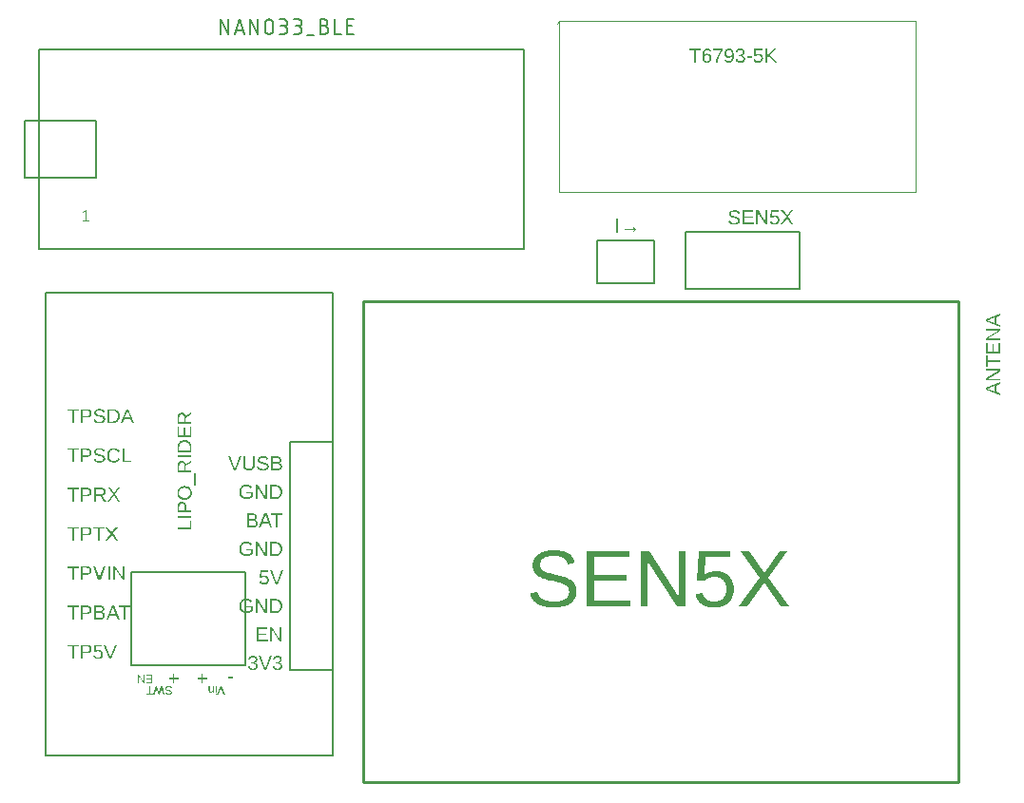
<source format=gbr>
G04 EAGLE Gerber RS-274X export*
G75*
%MOMM*%
%FSLAX34Y34*%
%LPD*%
%INSilkscreen Top*%
%IPPOS*%
%AMOC8*
5,1,8,0,0,1.08239X$1,22.5*%
G01*
G04 Define Apertures*
%ADD10C,0.254000*%
%ADD11C,0.127000*%
%ADD12C,0.080000*%
%ADD13C,0.076200*%
G36*
X877056Y346035D02*
X864715Y351071D01*
X864715Y352972D01*
X877056Y357929D01*
X877056Y356221D01*
X873447Y354811D01*
X873447Y349188D01*
X877056Y347769D01*
X877056Y346035D01*
G37*
%LPC*%
G36*
X872142Y349696D02*
X872142Y354312D01*
X868070Y352727D01*
X867426Y352481D01*
X866703Y352236D01*
X865976Y352000D01*
X866222Y351921D01*
X867051Y351649D01*
X868087Y351273D01*
X872142Y349696D01*
G37*
%LPD*%
G36*
X877056Y406879D02*
X864715Y411915D01*
X864715Y413816D01*
X877056Y418773D01*
X877056Y417065D01*
X873447Y415655D01*
X873447Y410032D01*
X877056Y408613D01*
X877056Y406879D01*
G37*
%LPC*%
G36*
X872142Y410540D02*
X872142Y415156D01*
X868070Y413570D01*
X867426Y413325D01*
X866703Y413080D01*
X865976Y412843D01*
X866222Y412765D01*
X867051Y412493D01*
X868087Y412116D01*
X872142Y410540D01*
G37*
%LPD*%
G36*
X877056Y359440D02*
X864715Y359440D01*
X864715Y361385D01*
X875295Y368059D01*
X873815Y367980D01*
X872808Y367953D01*
X864715Y367953D01*
X864715Y369460D01*
X877056Y369460D01*
X877056Y367445D01*
X866546Y360842D01*
X867395Y360885D01*
X868858Y360929D01*
X877056Y360929D01*
X877056Y359440D01*
G37*
G36*
X877056Y395346D02*
X864715Y395346D01*
X864715Y397291D01*
X875295Y403965D01*
X873815Y403886D01*
X872808Y403860D01*
X864715Y403860D01*
X864715Y405366D01*
X877056Y405366D01*
X877056Y403352D01*
X866546Y396748D01*
X867395Y396792D01*
X868858Y396835D01*
X877056Y396835D01*
X877056Y395346D01*
G37*
G36*
X877056Y383378D02*
X864715Y383378D01*
X864715Y392741D01*
X866081Y392741D01*
X866081Y385051D01*
X870040Y385051D01*
X870040Y392215D01*
X871389Y392215D01*
X871389Y385051D01*
X875690Y385051D01*
X875690Y393100D01*
X877056Y393100D01*
X877056Y383378D01*
G37*
G36*
X866081Y371340D02*
X864715Y371340D01*
X864715Y381483D01*
X866081Y381483D01*
X866081Y377244D01*
X877056Y377244D01*
X877056Y375580D01*
X866081Y375580D01*
X866081Y371340D01*
G37*
G36*
X562899Y158000D02*
X556938Y158000D01*
X556938Y207406D01*
X564722Y207406D01*
X591441Y165048D01*
X591257Y168248D01*
X591126Y170974D01*
X591047Y173227D01*
X591021Y175006D01*
X591021Y207406D01*
X597052Y207406D01*
X597052Y158000D01*
X588987Y158000D01*
X562548Y200078D01*
X562723Y196676D01*
X562899Y190821D01*
X562899Y158000D01*
G37*
G36*
X547953Y158000D02*
X509031Y158000D01*
X509031Y207406D01*
X546516Y207406D01*
X546516Y201936D01*
X515729Y201936D01*
X515729Y186087D01*
X544412Y186087D01*
X544412Y180687D01*
X515729Y180687D01*
X515729Y163470D01*
X547953Y163470D01*
X547953Y158000D01*
G37*
G36*
X479429Y157299D02*
X478315Y157311D01*
X477231Y157348D01*
X476177Y157409D01*
X475152Y157495D01*
X474156Y157605D01*
X473191Y157740D01*
X472255Y157899D01*
X471349Y158083D01*
X470472Y158292D01*
X469625Y158525D01*
X468808Y158782D01*
X468020Y159064D01*
X467262Y159370D01*
X466534Y159701D01*
X465835Y160057D01*
X465166Y160437D01*
X464527Y160842D01*
X463917Y161271D01*
X463337Y161724D01*
X462787Y162202D01*
X462266Y162705D01*
X461775Y163232D01*
X461314Y163784D01*
X460882Y164360D01*
X460480Y164961D01*
X460107Y165586D01*
X459765Y166235D01*
X459451Y166910D01*
X459168Y167608D01*
X458914Y168332D01*
X458690Y169080D01*
X458495Y169852D01*
X464982Y171149D01*
X465132Y170602D01*
X465302Y170073D01*
X465492Y169563D01*
X465701Y169071D01*
X465930Y168597D01*
X466179Y168142D01*
X466447Y167706D01*
X466736Y167288D01*
X467044Y166888D01*
X467371Y166507D01*
X467719Y166145D01*
X468086Y165801D01*
X468472Y165475D01*
X468879Y165168D01*
X469305Y164880D01*
X469751Y164610D01*
X470217Y164357D01*
X470704Y164121D01*
X471211Y163901D01*
X471739Y163697D01*
X472287Y163509D01*
X472856Y163338D01*
X473445Y163183D01*
X474055Y163045D01*
X474686Y162923D01*
X475337Y162817D01*
X476008Y162727D01*
X476701Y162654D01*
X477413Y162597D01*
X478146Y162556D01*
X478900Y162531D01*
X479674Y162523D01*
X480474Y162532D01*
X481250Y162558D01*
X482003Y162602D01*
X482733Y162663D01*
X483439Y162741D01*
X484123Y162836D01*
X484783Y162950D01*
X485421Y163080D01*
X486035Y163228D01*
X486626Y163393D01*
X487194Y163576D01*
X487738Y163776D01*
X488260Y163993D01*
X488758Y164228D01*
X489233Y164480D01*
X489685Y164750D01*
X490112Y165036D01*
X490511Y165339D01*
X490883Y165658D01*
X491227Y165994D01*
X491544Y166345D01*
X491833Y166713D01*
X492094Y167098D01*
X492328Y167498D01*
X492535Y167915D01*
X492714Y168348D01*
X492865Y168798D01*
X492989Y169263D01*
X493086Y169746D01*
X493154Y170244D01*
X493196Y170759D01*
X493209Y171290D01*
X493192Y171880D01*
X493140Y172442D01*
X493054Y172976D01*
X492933Y173481D01*
X492778Y173958D01*
X492588Y174406D01*
X492364Y174826D01*
X492105Y175217D01*
X491815Y175585D01*
X491497Y175938D01*
X491151Y176274D01*
X490777Y176593D01*
X490375Y176896D01*
X489945Y177183D01*
X489487Y177453D01*
X489002Y177706D01*
X488490Y177947D01*
X487954Y178178D01*
X487394Y178398D01*
X486810Y178609D01*
X486202Y178810D01*
X485570Y179002D01*
X484913Y179183D01*
X484233Y179354D01*
X481314Y180047D01*
X478097Y180792D01*
X476677Y181116D01*
X475345Y181441D01*
X474102Y181765D01*
X472946Y182089D01*
X471879Y182414D01*
X470901Y182738D01*
X470010Y183062D01*
X469208Y183387D01*
X468469Y183716D01*
X467771Y184054D01*
X467113Y184402D01*
X466495Y184759D01*
X465916Y185125D01*
X465378Y185501D01*
X464880Y185885D01*
X464421Y186280D01*
X463996Y186687D01*
X463596Y187111D01*
X463222Y187553D01*
X462874Y188011D01*
X462552Y188486D01*
X462255Y188979D01*
X461984Y189488D01*
X461739Y190014D01*
X461521Y190559D01*
X461332Y191123D01*
X461173Y191707D01*
X461042Y192311D01*
X460940Y192934D01*
X460868Y193578D01*
X460824Y194240D01*
X460810Y194923D01*
X460829Y195705D01*
X460886Y196464D01*
X460980Y197201D01*
X461113Y197915D01*
X461284Y198606D01*
X461493Y199274D01*
X461739Y199919D01*
X462024Y200542D01*
X462346Y201142D01*
X462707Y201720D01*
X463105Y202274D01*
X463541Y202806D01*
X464016Y203315D01*
X464528Y203802D01*
X465078Y204265D01*
X465666Y204706D01*
X466290Y205122D01*
X466946Y205512D01*
X467635Y205874D01*
X468356Y206210D01*
X469111Y206518D01*
X469898Y206800D01*
X470718Y207055D01*
X471570Y207283D01*
X472455Y207485D01*
X473374Y207659D01*
X474324Y207807D01*
X475308Y207928D01*
X476324Y208022D01*
X477373Y208089D01*
X478455Y208129D01*
X479569Y208143D01*
X480606Y208132D01*
X481611Y208102D01*
X482586Y208052D01*
X483529Y207981D01*
X484442Y207891D01*
X485324Y207780D01*
X486174Y207649D01*
X486994Y207498D01*
X487783Y207327D01*
X488541Y207136D01*
X489268Y206924D01*
X489964Y206693D01*
X490629Y206441D01*
X491263Y206169D01*
X491866Y205877D01*
X492438Y205565D01*
X492984Y205229D01*
X493510Y204864D01*
X494014Y204471D01*
X494498Y204050D01*
X494961Y203600D01*
X495403Y203122D01*
X495825Y202616D01*
X496225Y202081D01*
X496605Y201518D01*
X496964Y200926D01*
X497302Y200306D01*
X497619Y199658D01*
X497915Y198981D01*
X498191Y198276D01*
X498446Y197543D01*
X498680Y196782D01*
X492087Y195624D01*
X491944Y196107D01*
X491785Y196573D01*
X491611Y197021D01*
X491421Y197453D01*
X491216Y197868D01*
X490996Y198267D01*
X490760Y198648D01*
X490509Y199013D01*
X490243Y199360D01*
X489962Y199691D01*
X489665Y200005D01*
X489352Y200302D01*
X489025Y200583D01*
X488682Y200846D01*
X488323Y201093D01*
X487950Y201322D01*
X487559Y201537D01*
X487150Y201737D01*
X486723Y201924D01*
X486278Y202097D01*
X485814Y202256D01*
X485331Y202401D01*
X484831Y202533D01*
X484312Y202651D01*
X483774Y202754D01*
X483219Y202844D01*
X482645Y202920D01*
X482052Y202983D01*
X481442Y203031D01*
X480812Y203066D01*
X480165Y203086D01*
X479499Y203093D01*
X478769Y203086D01*
X478061Y203063D01*
X477376Y203024D01*
X476712Y202970D01*
X476069Y202901D01*
X475449Y202817D01*
X474851Y202717D01*
X474275Y202602D01*
X473720Y202472D01*
X473188Y202326D01*
X472677Y202165D01*
X472188Y201989D01*
X471721Y201797D01*
X471276Y201590D01*
X470854Y201367D01*
X470452Y201130D01*
X470075Y200877D01*
X469721Y200609D01*
X469392Y200325D01*
X469087Y200027D01*
X468807Y199714D01*
X468551Y199386D01*
X468319Y199042D01*
X468112Y198684D01*
X467929Y198310D01*
X467771Y197922D01*
X467636Y197518D01*
X467527Y197099D01*
X467441Y196666D01*
X467380Y196217D01*
X467344Y195753D01*
X467332Y195274D01*
X467351Y194716D01*
X467407Y194183D01*
X467502Y193675D01*
X467634Y193192D01*
X467804Y192733D01*
X468012Y192299D01*
X468258Y191889D01*
X468541Y191504D01*
X468861Y191139D01*
X469213Y190788D01*
X469599Y190451D01*
X470019Y190128D01*
X470471Y189820D01*
X470958Y189525D01*
X471477Y189245D01*
X472030Y188980D01*
X472671Y188714D01*
X473453Y188433D01*
X474376Y188137D01*
X475440Y187827D01*
X476646Y187502D01*
X477994Y187162D01*
X479482Y186807D01*
X481112Y186437D01*
X485653Y185368D01*
X486772Y185083D01*
X487866Y184772D01*
X488937Y184434D01*
X489983Y184071D01*
X491001Y183677D01*
X491987Y183251D01*
X492939Y182792D01*
X493858Y182300D01*
X494302Y182038D01*
X494731Y181763D01*
X495146Y181473D01*
X495546Y181169D01*
X495931Y180851D01*
X496301Y180518D01*
X496656Y180171D01*
X496996Y179810D01*
X497321Y179434D01*
X497626Y179041D01*
X497914Y178632D01*
X498184Y178206D01*
X498436Y177764D01*
X498670Y177305D01*
X498885Y176830D01*
X499083Y176339D01*
X499259Y175828D01*
X499413Y175296D01*
X499542Y174741D01*
X499648Y174165D01*
X499731Y173567D01*
X499790Y172946D01*
X499825Y172304D01*
X499837Y171640D01*
X499816Y170798D01*
X499753Y169979D01*
X499649Y169185D01*
X499502Y168414D01*
X499314Y167668D01*
X499085Y166946D01*
X498813Y166248D01*
X498500Y165574D01*
X498145Y164924D01*
X497748Y164298D01*
X497309Y163697D01*
X496829Y163119D01*
X496307Y162566D01*
X495743Y162037D01*
X495137Y161532D01*
X494489Y161051D01*
X493804Y160596D01*
X493084Y160171D01*
X492331Y159776D01*
X491543Y159409D01*
X490721Y159072D01*
X489865Y158764D01*
X488975Y158486D01*
X488051Y158237D01*
X487092Y158017D01*
X486100Y157826D01*
X485073Y157665D01*
X484013Y157533D01*
X482918Y157431D01*
X481789Y157357D01*
X480626Y157313D01*
X479429Y157299D01*
G37*
G36*
X622313Y157299D02*
X621460Y157311D01*
X620627Y157346D01*
X619816Y157405D01*
X619025Y157487D01*
X618256Y157593D01*
X617507Y157723D01*
X616778Y157876D01*
X616071Y158053D01*
X615385Y158253D01*
X614719Y158477D01*
X614074Y158724D01*
X613450Y158995D01*
X612847Y159289D01*
X612264Y159607D01*
X611703Y159949D01*
X611162Y160314D01*
X610644Y160702D01*
X610150Y161110D01*
X609681Y161540D01*
X609236Y161991D01*
X608815Y162463D01*
X608419Y162956D01*
X608047Y163470D01*
X607699Y164005D01*
X607376Y164561D01*
X607078Y165138D01*
X606803Y165737D01*
X606553Y166356D01*
X606328Y166997D01*
X606126Y167659D01*
X605950Y168341D01*
X605797Y169045D01*
X612179Y169782D01*
X612310Y169331D01*
X612453Y168894D01*
X612609Y168472D01*
X612777Y168064D01*
X612957Y167670D01*
X613149Y167291D01*
X613354Y166926D01*
X613571Y166576D01*
X613800Y166239D01*
X614041Y165917D01*
X614295Y165609D01*
X614561Y165316D01*
X614839Y165037D01*
X615129Y164772D01*
X615432Y164522D01*
X615747Y164285D01*
X616074Y164063D01*
X616413Y163856D01*
X616765Y163663D01*
X617129Y163484D01*
X617505Y163319D01*
X617894Y163169D01*
X618295Y163033D01*
X618708Y162911D01*
X619133Y162804D01*
X619570Y162711D01*
X620020Y162632D01*
X620482Y162568D01*
X620956Y162518D01*
X621443Y162482D01*
X621942Y162460D01*
X622453Y162453D01*
X623080Y162465D01*
X623689Y162501D01*
X624282Y162561D01*
X624857Y162645D01*
X625415Y162753D01*
X625956Y162885D01*
X626479Y163040D01*
X626985Y163220D01*
X627474Y163424D01*
X627945Y163652D01*
X628400Y163903D01*
X628837Y164179D01*
X629257Y164479D01*
X629659Y164802D01*
X630045Y165150D01*
X630413Y165521D01*
X630761Y165914D01*
X631086Y166324D01*
X631390Y166753D01*
X631671Y167199D01*
X631929Y167663D01*
X632165Y168145D01*
X632378Y168646D01*
X632569Y169164D01*
X632738Y169700D01*
X632884Y170254D01*
X633007Y170826D01*
X633108Y171416D01*
X633187Y172023D01*
X633243Y172649D01*
X633277Y173293D01*
X633288Y173954D01*
X633277Y174530D01*
X633243Y175092D01*
X633186Y175640D01*
X633107Y176174D01*
X633005Y176695D01*
X632881Y177201D01*
X632734Y177693D01*
X632565Y178171D01*
X632373Y178635D01*
X632158Y179085D01*
X631921Y179522D01*
X631661Y179944D01*
X631378Y180352D01*
X631073Y180747D01*
X630745Y181127D01*
X630395Y181493D01*
X630026Y181842D01*
X629640Y182167D01*
X629239Y182471D01*
X628823Y182751D01*
X628390Y183010D01*
X627942Y183245D01*
X627478Y183459D01*
X626998Y183650D01*
X626503Y183818D01*
X625991Y183964D01*
X625464Y184088D01*
X624922Y184189D01*
X624363Y184268D01*
X623789Y184324D01*
X623199Y184357D01*
X622593Y184369D01*
X621959Y184356D01*
X621335Y184318D01*
X620723Y184255D01*
X620121Y184167D01*
X619530Y184054D01*
X618951Y183915D01*
X618382Y183751D01*
X617824Y183562D01*
X617272Y183343D01*
X616720Y183089D01*
X616168Y182800D01*
X615615Y182475D01*
X615063Y182116D01*
X614511Y181721D01*
X613958Y181292D01*
X613406Y180827D01*
X607235Y180827D01*
X608883Y207406D01*
X636970Y207406D01*
X636970Y202041D01*
X614633Y202041D01*
X613687Y186367D01*
X614207Y186749D01*
X614744Y187107D01*
X615295Y187440D01*
X615863Y187748D01*
X616446Y188032D01*
X617045Y188290D01*
X617659Y188525D01*
X618289Y188734D01*
X618935Y188919D01*
X619596Y189079D01*
X620272Y189215D01*
X620965Y189326D01*
X621673Y189412D01*
X622396Y189474D01*
X623136Y189511D01*
X623891Y189523D01*
X624791Y189506D01*
X625668Y189456D01*
X626521Y189373D01*
X627352Y189256D01*
X628160Y189105D01*
X628944Y188922D01*
X629705Y188704D01*
X630443Y188454D01*
X631158Y188170D01*
X631850Y187852D01*
X632519Y187501D01*
X633164Y187117D01*
X633786Y186699D01*
X634386Y186248D01*
X634962Y185763D01*
X635515Y185245D01*
X636039Y184700D01*
X636529Y184135D01*
X636986Y183550D01*
X637409Y182944D01*
X637798Y182318D01*
X638153Y181672D01*
X638475Y181005D01*
X638762Y180319D01*
X639016Y179612D01*
X639236Y178884D01*
X639422Y178137D01*
X639574Y177369D01*
X639693Y176581D01*
X639777Y175772D01*
X639828Y174944D01*
X639845Y174095D01*
X639827Y173130D01*
X639772Y172192D01*
X639682Y171280D01*
X639555Y170393D01*
X639391Y169533D01*
X639192Y168699D01*
X638956Y167890D01*
X638683Y167108D01*
X638375Y166352D01*
X638030Y165622D01*
X637649Y164917D01*
X637232Y164239D01*
X636778Y163587D01*
X636288Y162961D01*
X635762Y162361D01*
X635199Y161787D01*
X634604Y161243D01*
X633981Y160735D01*
X633330Y160262D01*
X632651Y159823D01*
X631944Y159420D01*
X631209Y159052D01*
X630446Y158719D01*
X629654Y158421D01*
X628835Y158158D01*
X627987Y157930D01*
X627112Y157737D01*
X626208Y157579D01*
X625276Y157457D01*
X624317Y157369D01*
X623329Y157316D01*
X622313Y157299D01*
G37*
G36*
X651871Y158000D02*
X644472Y158000D01*
X663267Y183667D01*
X645910Y207406D01*
X653309Y207406D01*
X667054Y188015D01*
X680414Y207406D01*
X687812Y207406D01*
X670911Y183913D01*
X689250Y158000D01*
X681851Y158000D01*
X667019Y179600D01*
X651871Y158000D01*
G37*
G36*
X211646Y101413D02*
X211190Y101426D01*
X210757Y101465D01*
X210347Y101531D01*
X209961Y101624D01*
X209599Y101743D01*
X209261Y101888D01*
X208946Y102060D01*
X208655Y102258D01*
X208390Y102482D01*
X208154Y102731D01*
X207945Y103006D01*
X207765Y103305D01*
X207613Y103631D01*
X207490Y103981D01*
X207395Y104357D01*
X207328Y104758D01*
X208957Y104907D01*
X209005Y104642D01*
X209068Y104394D01*
X209148Y104163D01*
X209244Y103949D01*
X209356Y103752D01*
X209483Y103573D01*
X209627Y103410D01*
X209787Y103265D01*
X209963Y103137D01*
X210156Y103025D01*
X210364Y102931D01*
X210588Y102854D01*
X210829Y102794D01*
X211085Y102752D01*
X211358Y102726D01*
X211646Y102718D01*
X211936Y102727D01*
X212210Y102754D01*
X212468Y102800D01*
X212709Y102864D01*
X212935Y102947D01*
X213145Y103048D01*
X213339Y103167D01*
X213516Y103304D01*
X213675Y103460D01*
X213813Y103633D01*
X213930Y103825D01*
X214025Y104033D01*
X214100Y104260D01*
X214153Y104505D01*
X214184Y104767D01*
X214195Y105047D01*
X214183Y105292D01*
X214147Y105523D01*
X214086Y105741D01*
X214001Y105944D01*
X213892Y106134D01*
X213759Y106309D01*
X213602Y106471D01*
X213420Y106619D01*
X213215Y106752D01*
X212989Y106867D01*
X212742Y106964D01*
X212473Y107043D01*
X212182Y107105D01*
X211870Y107149D01*
X211537Y107176D01*
X211182Y107184D01*
X210289Y107184D01*
X210289Y108551D01*
X211147Y108551D01*
X211462Y108560D01*
X211759Y108586D01*
X212037Y108630D01*
X212298Y108692D01*
X212540Y108771D01*
X212764Y108868D01*
X212970Y108983D01*
X213157Y109116D01*
X213324Y109264D01*
X213469Y109425D01*
X213592Y109600D01*
X213693Y109789D01*
X213771Y109991D01*
X213826Y110207D01*
X213860Y110436D01*
X213871Y110679D01*
X213862Y110920D01*
X213835Y111148D01*
X213789Y111363D01*
X213725Y111565D01*
X213643Y111754D01*
X213543Y111930D01*
X213425Y112093D01*
X213289Y112242D01*
X213134Y112377D01*
X212962Y112493D01*
X212772Y112592D01*
X212565Y112673D01*
X212340Y112735D01*
X212097Y112780D01*
X211837Y112807D01*
X211559Y112816D01*
X211304Y112808D01*
X211063Y112783D01*
X210833Y112741D01*
X210616Y112683D01*
X210412Y112607D01*
X210219Y112516D01*
X210040Y112407D01*
X209873Y112282D01*
X209720Y112141D01*
X209585Y111987D01*
X209466Y111820D01*
X209364Y111638D01*
X209278Y111443D01*
X209210Y111234D01*
X209159Y111012D01*
X209124Y110775D01*
X207539Y110898D01*
X207597Y111266D01*
X207683Y111614D01*
X207797Y111941D01*
X207940Y112247D01*
X208112Y112532D01*
X208311Y112796D01*
X208539Y113040D01*
X208795Y113263D01*
X209075Y113462D01*
X209375Y113634D01*
X209694Y113781D01*
X210031Y113900D01*
X210389Y113993D01*
X210765Y114059D01*
X211161Y114099D01*
X211576Y114112D01*
X212028Y114099D01*
X212453Y114058D01*
X212852Y113991D01*
X213226Y113897D01*
X213574Y113775D01*
X213896Y113627D01*
X214192Y113452D01*
X214462Y113250D01*
X214703Y113023D01*
X214912Y112776D01*
X215089Y112507D01*
X215234Y112217D01*
X215347Y111906D01*
X215427Y111574D01*
X215475Y111220D01*
X215491Y110845D01*
X215481Y110557D01*
X215450Y110282D01*
X215398Y110021D01*
X215326Y109774D01*
X215233Y109540D01*
X215119Y109321D01*
X214985Y109115D01*
X214830Y108923D01*
X214655Y108745D01*
X214462Y108583D01*
X214250Y108435D01*
X214019Y108302D01*
X213769Y108184D01*
X213501Y108081D01*
X213213Y107993D01*
X212908Y107920D01*
X212908Y107885D01*
X213244Y107838D01*
X213561Y107771D01*
X213859Y107685D01*
X214138Y107579D01*
X214398Y107453D01*
X214638Y107307D01*
X214860Y107142D01*
X215062Y106957D01*
X215243Y106755D01*
X215399Y106542D01*
X215532Y106315D01*
X215640Y106076D01*
X215725Y105825D01*
X215785Y105561D01*
X215821Y105284D01*
X215833Y104995D01*
X215816Y104580D01*
X215765Y104189D01*
X215680Y103822D01*
X215561Y103480D01*
X215409Y103161D01*
X215222Y102866D01*
X215001Y102596D01*
X214747Y102350D01*
X214461Y102130D01*
X214146Y101940D01*
X213802Y101779D01*
X213429Y101647D01*
X213027Y101544D01*
X212596Y101471D01*
X212135Y101427D01*
X211646Y101413D01*
G37*
G36*
X233584Y101413D02*
X233127Y101426D01*
X232694Y101465D01*
X232285Y101531D01*
X231899Y101624D01*
X231537Y101743D01*
X231198Y101888D01*
X230884Y102060D01*
X230593Y102258D01*
X230328Y102482D01*
X230091Y102731D01*
X229883Y103006D01*
X229703Y103305D01*
X229551Y103631D01*
X229428Y103981D01*
X229333Y104357D01*
X229266Y104758D01*
X230895Y104907D01*
X230942Y104642D01*
X231006Y104394D01*
X231086Y104163D01*
X231181Y103949D01*
X231293Y103752D01*
X231421Y103573D01*
X231565Y103410D01*
X231725Y103265D01*
X231901Y103137D01*
X232093Y103025D01*
X232301Y102931D01*
X232526Y102854D01*
X232766Y102794D01*
X233023Y102752D01*
X233295Y102726D01*
X233584Y102718D01*
X233874Y102727D01*
X234147Y102754D01*
X234405Y102800D01*
X234647Y102864D01*
X234873Y102947D01*
X235082Y103048D01*
X235276Y103167D01*
X235454Y103304D01*
X235613Y103460D01*
X235751Y103633D01*
X235867Y103825D01*
X235963Y104033D01*
X236037Y104260D01*
X236090Y104505D01*
X236122Y104767D01*
X236133Y105047D01*
X236120Y105292D01*
X236084Y105523D01*
X236024Y105741D01*
X235939Y105944D01*
X235830Y106134D01*
X235697Y106309D01*
X235539Y106471D01*
X235357Y106619D01*
X235153Y106752D01*
X234927Y106867D01*
X234679Y106964D01*
X234410Y107043D01*
X234120Y107105D01*
X233808Y107149D01*
X233475Y107176D01*
X233120Y107184D01*
X232226Y107184D01*
X232226Y108551D01*
X233085Y108551D01*
X233400Y108560D01*
X233696Y108586D01*
X233975Y108630D01*
X234235Y108692D01*
X234477Y108771D01*
X234701Y108868D01*
X234907Y108983D01*
X235095Y109116D01*
X235262Y109264D01*
X235407Y109425D01*
X235530Y109600D01*
X235630Y109789D01*
X235708Y109991D01*
X235764Y110207D01*
X235797Y110436D01*
X235808Y110679D01*
X235799Y110920D01*
X235772Y111148D01*
X235727Y111363D01*
X235663Y111565D01*
X235581Y111754D01*
X235481Y111930D01*
X235363Y112093D01*
X235226Y112242D01*
X235072Y112377D01*
X234900Y112493D01*
X234710Y112592D01*
X234502Y112673D01*
X234277Y112735D01*
X234035Y112780D01*
X233774Y112807D01*
X233496Y112816D01*
X233242Y112808D01*
X233000Y112783D01*
X232771Y112741D01*
X232554Y112683D01*
X232349Y112607D01*
X232157Y112516D01*
X231977Y112407D01*
X231810Y112282D01*
X231658Y112141D01*
X231522Y111987D01*
X231403Y111820D01*
X231301Y111638D01*
X231216Y111443D01*
X231148Y111234D01*
X231096Y111012D01*
X231061Y110775D01*
X229476Y110898D01*
X229534Y111266D01*
X229620Y111614D01*
X229735Y111941D01*
X229878Y112247D01*
X230049Y112532D01*
X230249Y112796D01*
X230477Y113040D01*
X230733Y113263D01*
X231013Y113462D01*
X231312Y113634D01*
X231631Y113781D01*
X231969Y113900D01*
X232326Y113993D01*
X232703Y114059D01*
X233099Y114099D01*
X233514Y114112D01*
X233965Y114099D01*
X234390Y114058D01*
X234790Y113991D01*
X235164Y113897D01*
X235511Y113775D01*
X235833Y113627D01*
X236129Y113452D01*
X236400Y113250D01*
X236641Y113023D01*
X236850Y112776D01*
X237027Y112507D01*
X237172Y112217D01*
X237284Y111906D01*
X237364Y111574D01*
X237413Y111220D01*
X237429Y110845D01*
X237418Y110557D01*
X237387Y110282D01*
X237336Y110021D01*
X237264Y109774D01*
X237171Y109540D01*
X237057Y109321D01*
X236923Y109115D01*
X236768Y108923D01*
X236593Y108745D01*
X236399Y108583D01*
X236187Y108435D01*
X235956Y108302D01*
X235707Y108184D01*
X235438Y108081D01*
X235151Y107993D01*
X234845Y107920D01*
X234845Y107885D01*
X235181Y107838D01*
X235499Y107771D01*
X235797Y107685D01*
X236076Y107579D01*
X236335Y107453D01*
X236576Y107307D01*
X236797Y107142D01*
X237000Y106957D01*
X237180Y106755D01*
X237337Y106542D01*
X237469Y106315D01*
X237578Y106076D01*
X237662Y105825D01*
X237722Y105561D01*
X237758Y105284D01*
X237770Y104995D01*
X237753Y104580D01*
X237703Y104189D01*
X237618Y103822D01*
X237499Y103480D01*
X237346Y103161D01*
X237159Y102866D01*
X236939Y102596D01*
X236684Y102350D01*
X236398Y102130D01*
X236083Y101940D01*
X235739Y101779D01*
X235366Y101647D01*
X234964Y101544D01*
X234533Y101471D01*
X234073Y101427D01*
X233584Y101413D01*
G37*
G36*
X223463Y101588D02*
X221729Y101588D01*
X216693Y113928D01*
X218453Y113928D01*
X221869Y105240D01*
X222605Y103059D01*
X223341Y105240D01*
X226739Y113928D01*
X228499Y113928D01*
X223463Y101588D01*
G37*
G36*
X228543Y126988D02*
X227054Y126988D01*
X227054Y139328D01*
X228999Y139328D01*
X235673Y128748D01*
X235594Y130228D01*
X235567Y131236D01*
X235567Y139328D01*
X237074Y139328D01*
X237074Y126988D01*
X235059Y126988D01*
X228455Y137498D01*
X228499Y136648D01*
X228543Y135186D01*
X228543Y126988D01*
G37*
G36*
X224807Y126988D02*
X215085Y126988D01*
X215085Y139328D01*
X224448Y139328D01*
X224448Y137962D01*
X216758Y137962D01*
X216758Y134003D01*
X223923Y134003D01*
X223923Y132654D01*
X216758Y132654D01*
X216758Y128354D01*
X224807Y128354D01*
X224807Y126988D01*
G37*
G36*
X231670Y152388D02*
X227054Y152388D01*
X227054Y164728D01*
X231136Y164728D01*
X231522Y164722D01*
X231897Y164704D01*
X232261Y164673D01*
X232614Y164630D01*
X232955Y164575D01*
X233286Y164507D01*
X233605Y164428D01*
X233913Y164335D01*
X234210Y164231D01*
X234496Y164114D01*
X234770Y163985D01*
X235033Y163844D01*
X235286Y163691D01*
X235526Y163525D01*
X235756Y163347D01*
X235975Y163156D01*
X236181Y162955D01*
X236374Y162743D01*
X236554Y162520D01*
X236720Y162287D01*
X236873Y162044D01*
X237013Y161791D01*
X237139Y161527D01*
X237252Y161252D01*
X237352Y160968D01*
X237439Y160673D01*
X237512Y160367D01*
X237572Y160052D01*
X237618Y159726D01*
X237652Y159389D01*
X237672Y159042D01*
X237678Y158685D01*
X237667Y158215D01*
X237632Y157760D01*
X237574Y157320D01*
X237492Y156895D01*
X237387Y156485D01*
X237259Y156090D01*
X237108Y155709D01*
X236934Y155344D01*
X236738Y154996D01*
X236523Y154670D01*
X236288Y154364D01*
X236034Y154079D01*
X235760Y153815D01*
X235467Y153573D01*
X235155Y153351D01*
X234823Y153150D01*
X234475Y152971D01*
X234114Y152816D01*
X233739Y152685D01*
X233352Y152578D01*
X232951Y152495D01*
X232537Y152435D01*
X232110Y152400D01*
X231670Y152388D01*
G37*
%LPC*%
G36*
X231477Y153728D02*
X231811Y153737D01*
X232135Y153765D01*
X232449Y153811D01*
X232753Y153877D01*
X233046Y153960D01*
X233329Y154063D01*
X233601Y154184D01*
X233864Y154323D01*
X234114Y154480D01*
X234349Y154654D01*
X234569Y154844D01*
X234774Y155050D01*
X234964Y155273D01*
X235139Y155512D01*
X235299Y155768D01*
X235445Y156040D01*
X235574Y156327D01*
X235686Y156626D01*
X235781Y156937D01*
X235859Y157262D01*
X235919Y157599D01*
X235962Y157948D01*
X235988Y158310D01*
X235997Y158685D01*
X235977Y159242D01*
X235918Y159764D01*
X235820Y160253D01*
X235682Y160707D01*
X235506Y161128D01*
X235290Y161514D01*
X235034Y161866D01*
X234740Y162184D01*
X234408Y162466D01*
X234041Y162711D01*
X233639Y162918D01*
X233202Y163087D01*
X232729Y163219D01*
X232221Y163313D01*
X231679Y163370D01*
X231101Y163388D01*
X228727Y163388D01*
X228727Y153728D01*
X231477Y153728D01*
G37*
%LPD*%
G36*
X215574Y152388D02*
X214085Y152388D01*
X214085Y164728D01*
X216030Y164728D01*
X222704Y154148D01*
X222625Y155628D01*
X222599Y156636D01*
X222599Y164728D01*
X224105Y164728D01*
X224105Y152388D01*
X222091Y152388D01*
X215487Y162898D01*
X215531Y162048D01*
X215574Y160586D01*
X215574Y152388D01*
G37*
G36*
X205797Y152213D02*
X205322Y152225D01*
X204863Y152261D01*
X204421Y152321D01*
X203995Y152405D01*
X203586Y152514D01*
X203194Y152646D01*
X202819Y152803D01*
X202460Y152983D01*
X202120Y153187D01*
X201801Y153411D01*
X201502Y153657D01*
X201224Y153924D01*
X200967Y154212D01*
X200730Y154521D01*
X200514Y154852D01*
X200319Y155204D01*
X200145Y155574D01*
X199995Y155960D01*
X199868Y156363D01*
X199764Y156781D01*
X199683Y157216D01*
X199625Y157666D01*
X199590Y158133D01*
X199579Y158615D01*
X199585Y158985D01*
X199604Y159345D01*
X199635Y159694D01*
X199679Y160032D01*
X199736Y160360D01*
X199805Y160677D01*
X199887Y160984D01*
X199981Y161280D01*
X200088Y161565D01*
X200208Y161840D01*
X200340Y162104D01*
X200485Y162358D01*
X200642Y162601D01*
X200812Y162833D01*
X201190Y163266D01*
X201613Y163652D01*
X201840Y163825D01*
X202077Y163986D01*
X202325Y164134D01*
X202582Y164269D01*
X202850Y164391D01*
X203128Y164501D01*
X203416Y164597D01*
X203714Y164681D01*
X204023Y164752D01*
X204342Y164809D01*
X204670Y164854D01*
X205010Y164887D01*
X205359Y164906D01*
X205718Y164912D01*
X206219Y164902D01*
X206695Y164869D01*
X207147Y164815D01*
X207575Y164739D01*
X207979Y164642D01*
X208359Y164523D01*
X208715Y164383D01*
X209047Y164220D01*
X209357Y164034D01*
X209649Y163822D01*
X209923Y163584D01*
X210179Y163321D01*
X210416Y163031D01*
X210635Y162715D01*
X210835Y162373D01*
X211017Y162005D01*
X209423Y161532D01*
X209286Y161785D01*
X209136Y162022D01*
X208973Y162240D01*
X208798Y162440D01*
X208611Y162623D01*
X208411Y162788D01*
X208198Y162935D01*
X207974Y163064D01*
X207736Y163177D01*
X207483Y163275D01*
X207217Y163358D01*
X206937Y163426D01*
X206642Y163478D01*
X206334Y163516D01*
X206011Y163539D01*
X205675Y163546D01*
X205156Y163526D01*
X204669Y163465D01*
X204213Y163364D01*
X203789Y163223D01*
X203397Y163041D01*
X203035Y162819D01*
X202706Y162557D01*
X202408Y162254D01*
X202143Y161915D01*
X201913Y161542D01*
X201719Y161137D01*
X201560Y160698D01*
X201437Y160227D01*
X201348Y159723D01*
X201295Y159185D01*
X201278Y158615D01*
X201296Y158046D01*
X201353Y157507D01*
X201446Y157000D01*
X201578Y156523D01*
X201746Y156077D01*
X201953Y155661D01*
X202196Y155277D01*
X202478Y154923D01*
X202792Y154606D01*
X203135Y154331D01*
X203507Y154099D01*
X203907Y153908D01*
X204337Y153760D01*
X204795Y153655D01*
X205282Y153591D01*
X205797Y153570D01*
X206391Y153593D01*
X206965Y153662D01*
X207519Y153777D01*
X208052Y153938D01*
X208551Y154138D01*
X208999Y154371D01*
X209398Y154638D01*
X209747Y154936D01*
X209747Y157161D01*
X206060Y157161D01*
X206060Y158562D01*
X211289Y158562D01*
X211289Y154306D01*
X211037Y154063D01*
X210771Y153835D01*
X210491Y153620D01*
X210197Y153420D01*
X209890Y153234D01*
X209569Y153062D01*
X209233Y152904D01*
X208885Y152760D01*
X208525Y152632D01*
X208158Y152520D01*
X207783Y152426D01*
X207401Y152349D01*
X207011Y152289D01*
X206614Y152247D01*
X206209Y152221D01*
X205797Y152213D01*
G37*
G36*
X231670Y253988D02*
X227054Y253988D01*
X227054Y266328D01*
X231136Y266328D01*
X231522Y266322D01*
X231897Y266304D01*
X232261Y266273D01*
X232614Y266230D01*
X232955Y266175D01*
X233286Y266107D01*
X233605Y266028D01*
X233913Y265935D01*
X234210Y265831D01*
X234496Y265714D01*
X234770Y265585D01*
X235033Y265444D01*
X235286Y265291D01*
X235526Y265125D01*
X235756Y264947D01*
X235975Y264756D01*
X236181Y264555D01*
X236374Y264343D01*
X236554Y264120D01*
X236720Y263887D01*
X236873Y263644D01*
X237013Y263391D01*
X237139Y263127D01*
X237252Y262852D01*
X237352Y262568D01*
X237439Y262273D01*
X237512Y261967D01*
X237572Y261652D01*
X237618Y261326D01*
X237652Y260989D01*
X237672Y260642D01*
X237678Y260285D01*
X237667Y259815D01*
X237632Y259360D01*
X237574Y258920D01*
X237492Y258495D01*
X237387Y258085D01*
X237259Y257690D01*
X237108Y257309D01*
X236934Y256944D01*
X236738Y256596D01*
X236523Y256270D01*
X236288Y255964D01*
X236034Y255679D01*
X235760Y255415D01*
X235467Y255173D01*
X235155Y254951D01*
X234823Y254750D01*
X234475Y254571D01*
X234114Y254416D01*
X233739Y254285D01*
X233352Y254178D01*
X232951Y254095D01*
X232537Y254035D01*
X232110Y254000D01*
X231670Y253988D01*
G37*
%LPC*%
G36*
X231477Y255328D02*
X231811Y255337D01*
X232135Y255365D01*
X232449Y255411D01*
X232753Y255477D01*
X233046Y255560D01*
X233329Y255663D01*
X233601Y255784D01*
X233864Y255923D01*
X234114Y256080D01*
X234349Y256254D01*
X234569Y256444D01*
X234774Y256650D01*
X234964Y256873D01*
X235139Y257112D01*
X235299Y257368D01*
X235445Y257640D01*
X235574Y257927D01*
X235686Y258226D01*
X235781Y258537D01*
X235859Y258862D01*
X235919Y259199D01*
X235962Y259548D01*
X235988Y259910D01*
X235997Y260285D01*
X235977Y260842D01*
X235918Y261364D01*
X235820Y261853D01*
X235682Y262307D01*
X235506Y262728D01*
X235290Y263114D01*
X235034Y263466D01*
X234740Y263784D01*
X234408Y264066D01*
X234041Y264311D01*
X233639Y264518D01*
X233202Y264687D01*
X232729Y264819D01*
X232221Y264913D01*
X231679Y264970D01*
X231101Y264988D01*
X228727Y264988D01*
X228727Y255328D01*
X231477Y255328D01*
G37*
%LPD*%
G36*
X215574Y253988D02*
X214085Y253988D01*
X214085Y266328D01*
X216030Y266328D01*
X222704Y255748D01*
X222625Y257228D01*
X222599Y258236D01*
X222599Y266328D01*
X224105Y266328D01*
X224105Y253988D01*
X222091Y253988D01*
X215487Y264498D01*
X215531Y263648D01*
X215574Y262186D01*
X215574Y253988D01*
G37*
G36*
X205797Y253813D02*
X205322Y253825D01*
X204863Y253861D01*
X204421Y253921D01*
X203995Y254005D01*
X203586Y254114D01*
X203194Y254246D01*
X202819Y254403D01*
X202460Y254583D01*
X202120Y254787D01*
X201801Y255011D01*
X201502Y255257D01*
X201224Y255524D01*
X200967Y255812D01*
X200730Y256121D01*
X200514Y256452D01*
X200319Y256804D01*
X200145Y257174D01*
X199995Y257560D01*
X199868Y257963D01*
X199764Y258381D01*
X199683Y258816D01*
X199625Y259266D01*
X199590Y259733D01*
X199579Y260215D01*
X199585Y260585D01*
X199604Y260945D01*
X199635Y261294D01*
X199679Y261632D01*
X199736Y261960D01*
X199805Y262277D01*
X199887Y262584D01*
X199981Y262880D01*
X200088Y263165D01*
X200208Y263440D01*
X200340Y263704D01*
X200485Y263958D01*
X200642Y264201D01*
X200812Y264433D01*
X201190Y264866D01*
X201613Y265252D01*
X201840Y265425D01*
X202077Y265586D01*
X202325Y265734D01*
X202582Y265869D01*
X202850Y265991D01*
X203128Y266101D01*
X203416Y266197D01*
X203714Y266281D01*
X204023Y266352D01*
X204342Y266409D01*
X204670Y266454D01*
X205010Y266487D01*
X205359Y266506D01*
X205718Y266512D01*
X206219Y266502D01*
X206695Y266469D01*
X207147Y266415D01*
X207575Y266339D01*
X207979Y266242D01*
X208359Y266123D01*
X208715Y265983D01*
X209047Y265820D01*
X209357Y265634D01*
X209649Y265422D01*
X209923Y265184D01*
X210179Y264921D01*
X210416Y264631D01*
X210635Y264315D01*
X210835Y263973D01*
X211017Y263605D01*
X209423Y263132D01*
X209286Y263385D01*
X209136Y263622D01*
X208973Y263840D01*
X208798Y264040D01*
X208611Y264223D01*
X208411Y264388D01*
X208198Y264535D01*
X207974Y264664D01*
X207736Y264777D01*
X207483Y264875D01*
X207217Y264958D01*
X206937Y265026D01*
X206642Y265078D01*
X206334Y265116D01*
X206011Y265139D01*
X205675Y265146D01*
X205156Y265126D01*
X204669Y265065D01*
X204213Y264964D01*
X203789Y264823D01*
X203397Y264641D01*
X203035Y264419D01*
X202706Y264157D01*
X202408Y263854D01*
X202143Y263515D01*
X201913Y263142D01*
X201719Y262737D01*
X201560Y262298D01*
X201437Y261827D01*
X201348Y261323D01*
X201295Y260785D01*
X201278Y260215D01*
X201296Y259646D01*
X201353Y259107D01*
X201446Y258600D01*
X201578Y258123D01*
X201746Y257677D01*
X201953Y257261D01*
X202196Y256877D01*
X202478Y256523D01*
X202792Y256206D01*
X203135Y255931D01*
X203507Y255699D01*
X203907Y255508D01*
X204337Y255360D01*
X204795Y255255D01*
X205282Y255191D01*
X205797Y255170D01*
X206391Y255193D01*
X206965Y255262D01*
X207519Y255377D01*
X208052Y255538D01*
X208551Y255738D01*
X208999Y255971D01*
X209398Y256238D01*
X209747Y256536D01*
X209747Y258761D01*
X206060Y258761D01*
X206060Y260162D01*
X211289Y260162D01*
X211289Y255906D01*
X211037Y255663D01*
X210771Y255435D01*
X210491Y255220D01*
X210197Y255020D01*
X209890Y254834D01*
X209569Y254662D01*
X209233Y254504D01*
X208885Y254360D01*
X208525Y254232D01*
X208158Y254120D01*
X207783Y254026D01*
X207401Y253949D01*
X207011Y253889D01*
X206614Y253847D01*
X206209Y253821D01*
X205797Y253813D01*
G37*
G36*
X231670Y203188D02*
X227054Y203188D01*
X227054Y215528D01*
X231136Y215528D01*
X231522Y215522D01*
X231897Y215504D01*
X232261Y215473D01*
X232614Y215430D01*
X232955Y215375D01*
X233286Y215307D01*
X233605Y215228D01*
X233913Y215135D01*
X234210Y215031D01*
X234496Y214914D01*
X234770Y214785D01*
X235033Y214644D01*
X235286Y214491D01*
X235526Y214325D01*
X235756Y214147D01*
X235975Y213956D01*
X236181Y213755D01*
X236374Y213543D01*
X236554Y213320D01*
X236720Y213087D01*
X236873Y212844D01*
X237013Y212591D01*
X237139Y212327D01*
X237252Y212052D01*
X237352Y211768D01*
X237439Y211473D01*
X237512Y211167D01*
X237572Y210852D01*
X237618Y210526D01*
X237652Y210189D01*
X237672Y209842D01*
X237678Y209485D01*
X237667Y209015D01*
X237632Y208560D01*
X237574Y208120D01*
X237492Y207695D01*
X237387Y207285D01*
X237259Y206890D01*
X237108Y206509D01*
X236934Y206144D01*
X236738Y205796D01*
X236523Y205470D01*
X236288Y205164D01*
X236034Y204879D01*
X235760Y204615D01*
X235467Y204373D01*
X235155Y204151D01*
X234823Y203950D01*
X234475Y203771D01*
X234114Y203616D01*
X233739Y203485D01*
X233352Y203378D01*
X232951Y203295D01*
X232537Y203235D01*
X232110Y203200D01*
X231670Y203188D01*
G37*
%LPC*%
G36*
X231477Y204528D02*
X231811Y204537D01*
X232135Y204565D01*
X232449Y204611D01*
X232753Y204677D01*
X233046Y204760D01*
X233329Y204863D01*
X233601Y204984D01*
X233864Y205123D01*
X234114Y205280D01*
X234349Y205454D01*
X234569Y205644D01*
X234774Y205850D01*
X234964Y206073D01*
X235139Y206312D01*
X235299Y206568D01*
X235445Y206840D01*
X235574Y207127D01*
X235686Y207426D01*
X235781Y207737D01*
X235859Y208062D01*
X235919Y208399D01*
X235962Y208748D01*
X235988Y209110D01*
X235997Y209485D01*
X235977Y210042D01*
X235918Y210564D01*
X235820Y211053D01*
X235682Y211507D01*
X235506Y211928D01*
X235290Y212314D01*
X235034Y212666D01*
X234740Y212984D01*
X234408Y213266D01*
X234041Y213511D01*
X233639Y213718D01*
X233202Y213887D01*
X232729Y214019D01*
X232221Y214113D01*
X231679Y214170D01*
X231101Y214188D01*
X228727Y214188D01*
X228727Y204528D01*
X231477Y204528D01*
G37*
%LPD*%
G36*
X215574Y203188D02*
X214085Y203188D01*
X214085Y215528D01*
X216030Y215528D01*
X222704Y204948D01*
X222625Y206428D01*
X222599Y207436D01*
X222599Y215528D01*
X224105Y215528D01*
X224105Y203188D01*
X222091Y203188D01*
X215487Y213698D01*
X215531Y212848D01*
X215574Y211386D01*
X215574Y203188D01*
G37*
G36*
X205797Y203013D02*
X205322Y203025D01*
X204863Y203061D01*
X204421Y203121D01*
X203995Y203205D01*
X203586Y203314D01*
X203194Y203446D01*
X202819Y203603D01*
X202460Y203783D01*
X202120Y203987D01*
X201801Y204211D01*
X201502Y204457D01*
X201224Y204724D01*
X200967Y205012D01*
X200730Y205321D01*
X200514Y205652D01*
X200319Y206004D01*
X200145Y206374D01*
X199995Y206760D01*
X199868Y207163D01*
X199764Y207581D01*
X199683Y208016D01*
X199625Y208466D01*
X199590Y208933D01*
X199579Y209415D01*
X199585Y209785D01*
X199604Y210145D01*
X199635Y210494D01*
X199679Y210832D01*
X199736Y211160D01*
X199805Y211477D01*
X199887Y211784D01*
X199981Y212080D01*
X200088Y212365D01*
X200208Y212640D01*
X200340Y212904D01*
X200485Y213158D01*
X200642Y213401D01*
X200812Y213633D01*
X201190Y214066D01*
X201613Y214452D01*
X201840Y214625D01*
X202077Y214786D01*
X202325Y214934D01*
X202582Y215069D01*
X202850Y215191D01*
X203128Y215301D01*
X203416Y215397D01*
X203714Y215481D01*
X204023Y215552D01*
X204342Y215609D01*
X204670Y215654D01*
X205010Y215687D01*
X205359Y215706D01*
X205718Y215712D01*
X206219Y215702D01*
X206695Y215669D01*
X207147Y215615D01*
X207575Y215539D01*
X207979Y215442D01*
X208359Y215323D01*
X208715Y215183D01*
X209047Y215020D01*
X209357Y214834D01*
X209649Y214622D01*
X209923Y214384D01*
X210179Y214121D01*
X210416Y213831D01*
X210635Y213515D01*
X210835Y213173D01*
X211017Y212805D01*
X209423Y212332D01*
X209286Y212585D01*
X209136Y212822D01*
X208973Y213040D01*
X208798Y213240D01*
X208611Y213423D01*
X208411Y213588D01*
X208198Y213735D01*
X207974Y213864D01*
X207736Y213977D01*
X207483Y214075D01*
X207217Y214158D01*
X206937Y214226D01*
X206642Y214278D01*
X206334Y214316D01*
X206011Y214339D01*
X205675Y214346D01*
X205156Y214326D01*
X204669Y214265D01*
X204213Y214164D01*
X203789Y214023D01*
X203397Y213841D01*
X203035Y213619D01*
X202706Y213357D01*
X202408Y213054D01*
X202143Y212715D01*
X201913Y212342D01*
X201719Y211937D01*
X201560Y211498D01*
X201437Y211027D01*
X201348Y210523D01*
X201295Y209985D01*
X201278Y209415D01*
X201296Y208846D01*
X201353Y208307D01*
X201446Y207800D01*
X201578Y207323D01*
X201746Y206877D01*
X201953Y206461D01*
X202196Y206077D01*
X202478Y205723D01*
X202792Y205406D01*
X203135Y205131D01*
X203507Y204899D01*
X203907Y204708D01*
X204337Y204560D01*
X204795Y204455D01*
X205282Y204391D01*
X205797Y204370D01*
X206391Y204393D01*
X206965Y204462D01*
X207519Y204577D01*
X208052Y204738D01*
X208551Y204938D01*
X208999Y205171D01*
X209398Y205438D01*
X209747Y205736D01*
X209747Y207961D01*
X206060Y207961D01*
X206060Y209362D01*
X211289Y209362D01*
X211289Y205106D01*
X211037Y204863D01*
X210771Y204635D01*
X210491Y204420D01*
X210197Y204220D01*
X209890Y204034D01*
X209569Y203862D01*
X209233Y203704D01*
X208885Y203560D01*
X208525Y203432D01*
X208158Y203320D01*
X207783Y203226D01*
X207401Y203149D01*
X207011Y203089D01*
X206614Y203047D01*
X206209Y203021D01*
X205797Y203013D01*
G37*
G36*
X211470Y228588D02*
X206460Y228588D01*
X206460Y240928D01*
X210945Y240928D01*
X211471Y240917D01*
X211963Y240882D01*
X212421Y240823D01*
X212845Y240741D01*
X213236Y240636D01*
X213592Y240507D01*
X213914Y240355D01*
X214203Y240180D01*
X214457Y239981D01*
X214678Y239758D01*
X214865Y239513D01*
X215017Y239244D01*
X215136Y238951D01*
X215221Y238635D01*
X215272Y238296D01*
X215289Y237933D01*
X215279Y237665D01*
X215251Y237408D01*
X215203Y237161D01*
X215136Y236926D01*
X215049Y236701D01*
X214944Y236488D01*
X214820Y236285D01*
X214676Y236094D01*
X214515Y235915D01*
X214415Y235824D01*
X214338Y235752D01*
X214145Y235604D01*
X213936Y235472D01*
X213711Y235355D01*
X213470Y235253D01*
X213214Y235166D01*
X212942Y235095D01*
X213299Y235042D01*
X213635Y234968D01*
X213950Y234875D01*
X214245Y234761D01*
X214518Y234628D01*
X214769Y234475D01*
X215000Y234303D01*
X215097Y234214D01*
X215210Y234110D01*
X215397Y233901D01*
X215559Y233678D01*
X215696Y233443D01*
X215808Y233194D01*
X215895Y232931D01*
X215957Y232656D01*
X215995Y232367D01*
X216007Y232065D01*
X215988Y231665D01*
X215932Y231287D01*
X215838Y230933D01*
X215707Y230601D01*
X215538Y230292D01*
X215332Y230006D01*
X215088Y229743D01*
X214807Y229503D01*
X214493Y229288D01*
X214149Y229102D01*
X213776Y228945D01*
X213373Y228816D01*
X212941Y228716D01*
X212480Y228645D01*
X211990Y228602D01*
X211470Y228588D01*
G37*
%LPC*%
G36*
X211383Y229928D02*
X211753Y229937D01*
X212097Y229963D01*
X212415Y230008D01*
X212707Y230070D01*
X212974Y230150D01*
X213214Y230248D01*
X213428Y230364D01*
X213616Y230497D01*
X213780Y230648D01*
X213923Y230817D01*
X214043Y231003D01*
X214142Y231206D01*
X214218Y231428D01*
X214273Y231666D01*
X214306Y231922D01*
X214317Y232196D01*
X214305Y232460D01*
X214269Y232707D01*
X214209Y232937D01*
X214125Y233150D01*
X214017Y233346D01*
X213886Y233525D01*
X213730Y233687D01*
X213550Y233832D01*
X213347Y233960D01*
X213119Y234070D01*
X212868Y234164D01*
X212592Y234241D01*
X212293Y234300D01*
X211970Y234343D01*
X211623Y234369D01*
X211251Y234377D01*
X208133Y234377D01*
X208133Y229928D01*
X211383Y229928D01*
G37*
G36*
X210945Y235682D02*
X211269Y235690D01*
X211572Y235714D01*
X211854Y235753D01*
X212115Y235808D01*
X212355Y235879D01*
X212573Y235965D01*
X212770Y236068D01*
X212946Y236186D01*
X213101Y236320D01*
X213235Y236471D01*
X213349Y236639D01*
X213442Y236824D01*
X213514Y237026D01*
X213566Y237244D01*
X213597Y237479D01*
X213607Y237732D01*
X213597Y237972D01*
X213565Y238195D01*
X213511Y238400D01*
X213437Y238588D01*
X213340Y238757D01*
X213223Y238909D01*
X213084Y239043D01*
X212924Y239159D01*
X212744Y239260D01*
X212544Y239347D01*
X212326Y239421D01*
X212088Y239481D01*
X211831Y239528D01*
X211555Y239562D01*
X211259Y239582D01*
X210945Y239588D01*
X208133Y239588D01*
X208133Y235682D01*
X210945Y235682D01*
G37*
%LPD*%
G36*
X218727Y228588D02*
X216993Y228588D01*
X222029Y240928D01*
X223929Y240928D01*
X228887Y228588D01*
X227179Y228588D01*
X225769Y232196D01*
X220146Y232196D01*
X218727Y228588D01*
G37*
%LPC*%
G36*
X225270Y233501D02*
X223684Y237574D01*
X223439Y238218D01*
X223194Y238940D01*
X222957Y239667D01*
X222878Y239422D01*
X222607Y238592D01*
X222230Y237556D01*
X220654Y233501D01*
X225270Y233501D01*
G37*
%LPD*%
G36*
X233889Y228588D02*
X232225Y228588D01*
X232225Y239562D01*
X227986Y239562D01*
X227986Y240928D01*
X238128Y240928D01*
X238128Y239562D01*
X233889Y239562D01*
X233889Y228588D01*
G37*
G36*
X233064Y279388D02*
X228054Y279388D01*
X228054Y291728D01*
X232538Y291728D01*
X233065Y291717D01*
X233557Y291682D01*
X234015Y291623D01*
X234439Y291541D01*
X234829Y291436D01*
X235186Y291307D01*
X235508Y291155D01*
X235797Y290980D01*
X236051Y290781D01*
X236272Y290558D01*
X236458Y290313D01*
X236611Y290044D01*
X236730Y289751D01*
X236815Y289435D01*
X236866Y289096D01*
X236883Y288733D01*
X236873Y288465D01*
X236844Y288208D01*
X236797Y287961D01*
X236729Y287726D01*
X236643Y287501D01*
X236538Y287288D01*
X236413Y287085D01*
X236270Y286894D01*
X236108Y286715D01*
X236009Y286624D01*
X235931Y286552D01*
X235738Y286404D01*
X235530Y286272D01*
X235305Y286155D01*
X235064Y286053D01*
X234808Y285966D01*
X234535Y285895D01*
X234893Y285842D01*
X235229Y285768D01*
X235544Y285675D01*
X235838Y285561D01*
X236111Y285428D01*
X236363Y285275D01*
X236594Y285103D01*
X236691Y285014D01*
X236804Y284910D01*
X236991Y284701D01*
X237153Y284478D01*
X237290Y284243D01*
X237402Y283994D01*
X237489Y283731D01*
X237551Y283456D01*
X237588Y283167D01*
X237601Y282865D01*
X237582Y282465D01*
X237526Y282087D01*
X237432Y281733D01*
X237301Y281401D01*
X237132Y281092D01*
X236926Y280806D01*
X236682Y280543D01*
X236401Y280303D01*
X236086Y280088D01*
X235742Y279902D01*
X235369Y279745D01*
X234967Y279616D01*
X234535Y279516D01*
X234074Y279445D01*
X233584Y279402D01*
X233064Y279388D01*
G37*
%LPC*%
G36*
X232976Y280728D02*
X233347Y280737D01*
X233691Y280763D01*
X234009Y280808D01*
X234301Y280870D01*
X234567Y280950D01*
X234808Y281048D01*
X235022Y281164D01*
X235210Y281297D01*
X235374Y281448D01*
X235516Y281617D01*
X235637Y281803D01*
X235735Y282006D01*
X235812Y282228D01*
X235867Y282466D01*
X235900Y282722D01*
X235911Y282996D01*
X235899Y283260D01*
X235863Y283507D01*
X235803Y283737D01*
X235719Y283950D01*
X235611Y284146D01*
X235479Y284325D01*
X235324Y284487D01*
X235144Y284632D01*
X234941Y284760D01*
X234713Y284870D01*
X234462Y284964D01*
X234186Y285041D01*
X233887Y285100D01*
X233564Y285143D01*
X233216Y285169D01*
X232845Y285177D01*
X229727Y285177D01*
X229727Y280728D01*
X232976Y280728D01*
G37*
G36*
X232538Y286482D02*
X232863Y286490D01*
X233166Y286514D01*
X233448Y286553D01*
X233709Y286608D01*
X233948Y286679D01*
X234167Y286765D01*
X234364Y286868D01*
X234540Y286986D01*
X234695Y287120D01*
X234829Y287271D01*
X234943Y287439D01*
X235036Y287624D01*
X235108Y287826D01*
X235160Y288044D01*
X235191Y288279D01*
X235201Y288532D01*
X235190Y288772D01*
X235158Y288995D01*
X235105Y289200D01*
X235030Y289388D01*
X234934Y289557D01*
X234817Y289709D01*
X234678Y289843D01*
X234518Y289959D01*
X234338Y290060D01*
X234138Y290147D01*
X233919Y290221D01*
X233681Y290281D01*
X233424Y290328D01*
X233148Y290362D01*
X232853Y290382D01*
X232538Y290388D01*
X229727Y290388D01*
X229727Y286482D01*
X232538Y286482D01*
G37*
%LPD*%
G36*
X220657Y279213D02*
X220108Y279225D01*
X219589Y279262D01*
X219099Y279323D01*
X218639Y279408D01*
X218209Y279519D01*
X217808Y279653D01*
X217436Y279813D01*
X217095Y279996D01*
X216783Y280205D01*
X216500Y280437D01*
X216248Y280695D01*
X216025Y280976D01*
X215831Y281282D01*
X215667Y281613D01*
X215533Y281968D01*
X215428Y282348D01*
X217049Y282672D01*
X217129Y282403D01*
X217228Y282153D01*
X217348Y281921D01*
X217487Y281708D01*
X217645Y281513D01*
X217824Y281336D01*
X218022Y281178D01*
X218240Y281039D01*
X218478Y280917D01*
X218736Y280811D01*
X219016Y280721D01*
X219315Y280648D01*
X219635Y280591D01*
X219976Y280550D01*
X220337Y280526D01*
X220719Y280518D01*
X221112Y280526D01*
X221483Y280552D01*
X221830Y280596D01*
X222154Y280657D01*
X222455Y280735D01*
X222733Y280830D01*
X222988Y280943D01*
X223219Y281074D01*
X223426Y281221D01*
X223604Y281384D01*
X223756Y281564D01*
X223879Y281760D01*
X223976Y281972D01*
X224044Y282201D01*
X224086Y282446D01*
X224099Y282707D01*
X224082Y282995D01*
X224030Y283255D01*
X223944Y283486D01*
X223824Y283688D01*
X223672Y283868D01*
X223492Y284032D01*
X223284Y284179D01*
X223048Y284310D01*
X222787Y284428D01*
X222501Y284535D01*
X222191Y284633D01*
X221857Y284722D01*
X220325Y285081D01*
X219637Y285243D01*
X219038Y285405D01*
X218527Y285567D01*
X218104Y285729D01*
X217745Y285896D01*
X217427Y286072D01*
X217148Y286257D01*
X216909Y286451D01*
X216703Y286659D01*
X216522Y286884D01*
X216368Y287126D01*
X216239Y287384D01*
X216137Y287661D01*
X216065Y287958D01*
X216021Y288274D01*
X216007Y288610D01*
X216026Y288995D01*
X216082Y289358D01*
X216177Y289697D01*
X216310Y290014D01*
X216480Y290308D01*
X216689Y290579D01*
X216935Y290828D01*
X217220Y291054D01*
X217539Y291255D01*
X217892Y291430D01*
X218277Y291577D01*
X218694Y291698D01*
X219145Y291792D01*
X219628Y291859D01*
X220144Y291899D01*
X220692Y291912D01*
X221202Y291902D01*
X221682Y291872D01*
X222130Y291822D01*
X222547Y291751D01*
X222933Y291661D01*
X223289Y291550D01*
X223613Y291420D01*
X223907Y291269D01*
X224174Y291094D01*
X224421Y290890D01*
X224647Y290658D01*
X224853Y290398D01*
X225037Y290110D01*
X225201Y289793D01*
X225344Y289448D01*
X225466Y289075D01*
X223819Y288786D01*
X223744Y289022D01*
X223653Y289242D01*
X223547Y289446D01*
X223425Y289632D01*
X223288Y289801D01*
X223136Y289954D01*
X222968Y290090D01*
X222786Y290209D01*
X222586Y290313D01*
X222368Y290402D01*
X222132Y290478D01*
X221877Y290541D01*
X221604Y290589D01*
X221313Y290624D01*
X221003Y290644D01*
X220675Y290651D01*
X220316Y290643D01*
X219979Y290620D01*
X219663Y290582D01*
X219370Y290529D01*
X219098Y290460D01*
X218849Y290375D01*
X218621Y290276D01*
X218415Y290161D01*
X218232Y290031D01*
X218074Y289885D01*
X217940Y289725D01*
X217831Y289550D01*
X217745Y289359D01*
X217684Y289154D01*
X217648Y288934D01*
X217636Y288698D01*
X217655Y288426D01*
X217711Y288178D01*
X217806Y287955D01*
X217938Y287756D01*
X218106Y287577D01*
X218307Y287413D01*
X218541Y287262D01*
X218809Y287126D01*
X219165Y286989D01*
X219661Y286838D01*
X220299Y286672D01*
X221078Y286491D01*
X222212Y286224D01*
X222765Y286075D01*
X223294Y285900D01*
X223794Y285695D01*
X224261Y285457D01*
X224480Y285323D01*
X224683Y285175D01*
X224872Y285012D01*
X225045Y284835D01*
X225203Y284643D01*
X225342Y284435D01*
X225463Y284210D01*
X225566Y283968D01*
X225649Y283708D01*
X225708Y283425D01*
X225743Y283121D01*
X225755Y282795D01*
X225734Y282380D01*
X225671Y281989D01*
X225567Y281622D01*
X225421Y281280D01*
X225233Y280961D01*
X225003Y280666D01*
X224732Y280396D01*
X224419Y280150D01*
X224068Y279930D01*
X223683Y279740D01*
X223264Y279579D01*
X222811Y279447D01*
X222324Y279344D01*
X221802Y279271D01*
X221247Y279227D01*
X220657Y279213D01*
G37*
G36*
X208048Y279213D02*
X207675Y279221D01*
X207314Y279247D01*
X206965Y279290D01*
X206629Y279350D01*
X206304Y279428D01*
X205992Y279523D01*
X205691Y279635D01*
X205403Y279764D01*
X205128Y279910D01*
X204869Y280071D01*
X204627Y280248D01*
X204400Y280441D01*
X204189Y280649D01*
X203994Y280873D01*
X203814Y281112D01*
X203651Y281367D01*
X203505Y281636D01*
X203379Y281918D01*
X203272Y282212D01*
X203185Y282519D01*
X203116Y282838D01*
X203068Y283170D01*
X203039Y283515D01*
X203029Y283872D01*
X203029Y291728D01*
X204702Y291728D01*
X204702Y284012D01*
X204715Y283602D01*
X204756Y283218D01*
X204823Y282859D01*
X204917Y282525D01*
X205037Y282217D01*
X205185Y281935D01*
X205359Y281678D01*
X205560Y281446D01*
X205787Y281241D01*
X206037Y281063D01*
X206311Y280912D01*
X206609Y280789D01*
X206931Y280693D01*
X207276Y280625D01*
X207646Y280584D01*
X208039Y280570D01*
X208443Y280584D01*
X208825Y280627D01*
X209183Y280698D01*
X209518Y280797D01*
X209830Y280924D01*
X210119Y281080D01*
X210385Y281264D01*
X210627Y281477D01*
X210844Y281716D01*
X211031Y281982D01*
X211190Y282274D01*
X211320Y282592D01*
X211421Y282936D01*
X211493Y283307D01*
X211537Y283703D01*
X211551Y284126D01*
X211551Y291728D01*
X213215Y291728D01*
X213215Y284030D01*
X213205Y283662D01*
X213176Y283307D01*
X213126Y282964D01*
X213056Y282635D01*
X212967Y282318D01*
X212858Y282015D01*
X212729Y281724D01*
X212580Y281446D01*
X212413Y281182D01*
X212230Y280935D01*
X212030Y280703D01*
X211814Y280488D01*
X211581Y280288D01*
X211332Y280105D01*
X211067Y279938D01*
X210785Y279786D01*
X210488Y279652D01*
X210178Y279535D01*
X209856Y279437D01*
X209520Y279356D01*
X209172Y279293D01*
X208810Y279248D01*
X208435Y279221D01*
X208048Y279213D01*
G37*
G36*
X196526Y279388D02*
X194791Y279388D01*
X189755Y291728D01*
X191516Y291728D01*
X194932Y283040D01*
X195667Y280859D01*
X196403Y283040D01*
X199801Y291728D01*
X201562Y291728D01*
X196526Y279388D01*
G37*
G36*
X221457Y177613D02*
X221036Y177624D01*
X220636Y177660D01*
X220257Y177718D01*
X219898Y177801D01*
X219561Y177907D01*
X219244Y178036D01*
X218948Y178189D01*
X218672Y178366D01*
X218419Y178565D01*
X218191Y178784D01*
X217987Y179025D01*
X217807Y179288D01*
X217652Y179571D01*
X217521Y179875D01*
X217414Y180200D01*
X217332Y180547D01*
X218926Y180731D01*
X218995Y180509D01*
X219075Y180301D01*
X219169Y180108D01*
X219274Y179930D01*
X219391Y179765D01*
X219521Y179615D01*
X219663Y179479D01*
X219817Y179358D01*
X219984Y179250D01*
X220163Y179157D01*
X220354Y179079D01*
X220557Y179014D01*
X220772Y178964D01*
X221000Y178929D01*
X221240Y178907D01*
X221492Y178900D01*
X221801Y178912D01*
X222093Y178948D01*
X222367Y179008D01*
X222624Y179092D01*
X222864Y179199D01*
X223087Y179331D01*
X223292Y179487D01*
X223481Y179666D01*
X223649Y179867D01*
X223795Y180085D01*
X223918Y180322D01*
X224019Y180576D01*
X224098Y180848D01*
X224154Y181139D01*
X224188Y181447D01*
X224199Y181773D01*
X224188Y182057D01*
X224154Y182327D01*
X224097Y182584D01*
X224018Y182826D01*
X223917Y183054D01*
X223792Y183269D01*
X223646Y183469D01*
X223476Y183656D01*
X223288Y183824D01*
X223083Y183970D01*
X222864Y184094D01*
X222628Y184195D01*
X222376Y184273D01*
X222109Y184329D01*
X221826Y184363D01*
X221527Y184374D01*
X221213Y184361D01*
X220910Y184324D01*
X220618Y184261D01*
X220336Y184173D01*
X220060Y184054D01*
X219785Y183901D01*
X219509Y183713D01*
X219233Y183489D01*
X217691Y183489D01*
X218103Y190128D01*
X225118Y190128D01*
X225118Y188788D01*
X219539Y188788D01*
X219303Y184873D01*
X219567Y185058D01*
X219846Y185218D01*
X220142Y185354D01*
X220452Y185465D01*
X220779Y185551D01*
X221121Y185612D01*
X221478Y185649D01*
X221852Y185662D01*
X222295Y185645D01*
X222716Y185595D01*
X223114Y185511D01*
X223488Y185394D01*
X223840Y185244D01*
X224168Y185061D01*
X224473Y184843D01*
X224755Y184593D01*
X225009Y184316D01*
X225228Y184018D01*
X225414Y183700D01*
X225566Y183362D01*
X225685Y183004D01*
X225769Y182626D01*
X225820Y182227D01*
X225837Y181808D01*
X225819Y181333D01*
X225764Y180883D01*
X225673Y180460D01*
X225547Y180063D01*
X225383Y179691D01*
X225184Y179346D01*
X224948Y179027D01*
X224676Y178734D01*
X224372Y178471D01*
X224040Y178243D01*
X223680Y178050D01*
X223291Y177893D01*
X222875Y177770D01*
X222430Y177683D01*
X221958Y177630D01*
X221457Y177613D01*
G37*
G36*
X233432Y177788D02*
X231698Y177788D01*
X226662Y190128D01*
X228422Y190128D01*
X231838Y181440D01*
X232574Y179259D01*
X233309Y181440D01*
X236708Y190128D01*
X238468Y190128D01*
X233432Y177788D01*
G37*
G36*
X150774Y253143D02*
X150409Y253150D01*
X150054Y253169D01*
X149709Y253200D01*
X149375Y253245D01*
X149050Y253302D01*
X148736Y253371D01*
X148431Y253454D01*
X148137Y253549D01*
X147852Y253656D01*
X147578Y253776D01*
X147314Y253909D01*
X147060Y254055D01*
X146583Y254384D01*
X146145Y254764D01*
X145754Y255189D01*
X145578Y255416D01*
X145415Y255653D01*
X145265Y255901D01*
X145129Y256158D01*
X145005Y256425D01*
X144894Y256702D01*
X144796Y256989D01*
X144711Y257285D01*
X144640Y257592D01*
X144581Y257909D01*
X144535Y258235D01*
X144503Y258572D01*
X144483Y258918D01*
X144477Y259274D01*
X144488Y259737D01*
X144524Y260185D01*
X144582Y260617D01*
X144664Y261033D01*
X144769Y261433D01*
X144898Y261818D01*
X145050Y262188D01*
X145226Y262541D01*
X145423Y262877D01*
X145642Y263193D01*
X145883Y263488D01*
X146144Y263762D01*
X146427Y264016D01*
X146731Y264250D01*
X147056Y264464D01*
X147402Y264657D01*
X147767Y264828D01*
X148148Y264977D01*
X148546Y265102D01*
X148959Y265205D01*
X149389Y265285D01*
X149834Y265342D01*
X150296Y265377D01*
X150774Y265388D01*
X151251Y265376D01*
X151712Y265342D01*
X152158Y265284D01*
X152589Y265203D01*
X153006Y265099D01*
X153407Y264972D01*
X153793Y264821D01*
X154164Y264648D01*
X154517Y264453D01*
X154849Y264238D01*
X155159Y264002D01*
X155449Y263747D01*
X155718Y263471D01*
X155965Y263176D01*
X156192Y262860D01*
X156397Y262524D01*
X156580Y262170D01*
X156738Y261801D01*
X156872Y261416D01*
X156982Y261015D01*
X157067Y260599D01*
X157128Y260167D01*
X157164Y259720D01*
X157177Y259257D01*
X157165Y258790D01*
X157128Y258339D01*
X157068Y257905D01*
X156984Y257487D01*
X156876Y257085D01*
X156743Y256699D01*
X156587Y256330D01*
X156406Y255977D01*
X156202Y255642D01*
X155978Y255328D01*
X155731Y255034D01*
X155463Y254761D01*
X155174Y254507D01*
X154863Y254275D01*
X154531Y254062D01*
X154177Y253870D01*
X153805Y253700D01*
X153417Y253552D01*
X153015Y253427D01*
X152597Y253325D01*
X152164Y253246D01*
X151716Y253189D01*
X151253Y253155D01*
X150774Y253143D01*
G37*
%LPC*%
G36*
X150774Y254843D02*
X151339Y254861D01*
X151875Y254916D01*
X152380Y255007D01*
X152855Y255135D01*
X153301Y255299D01*
X153716Y255500D01*
X154102Y255738D01*
X154457Y256012D01*
X154776Y256318D01*
X155053Y256653D01*
X155287Y257016D01*
X155479Y257408D01*
X155628Y257828D01*
X155734Y258276D01*
X155798Y258752D01*
X155819Y259257D01*
X155798Y259776D01*
X155737Y260263D01*
X155634Y260720D01*
X155490Y261146D01*
X155304Y261540D01*
X155078Y261903D01*
X154810Y262236D01*
X154501Y262537D01*
X154154Y262805D01*
X153774Y263037D01*
X153359Y263234D01*
X152910Y263394D01*
X152427Y263519D01*
X151910Y263609D01*
X151359Y263662D01*
X150774Y263680D01*
X150214Y263662D01*
X149684Y263608D01*
X149186Y263518D01*
X148718Y263392D01*
X148281Y263230D01*
X147876Y263032D01*
X147501Y262798D01*
X147157Y262528D01*
X146849Y262225D01*
X146582Y261893D01*
X146356Y261531D01*
X146172Y261139D01*
X146028Y260717D01*
X145925Y260266D01*
X145864Y259785D01*
X145843Y259274D01*
X145863Y258760D01*
X145924Y258275D01*
X146025Y257820D01*
X146167Y257396D01*
X146349Y257001D01*
X146572Y256637D01*
X146836Y256303D01*
X147139Y255999D01*
X147480Y255728D01*
X147853Y255493D01*
X148258Y255294D01*
X148696Y255132D01*
X149167Y255005D01*
X149670Y254915D01*
X150206Y254861D01*
X150774Y254843D01*
G37*
%LPD*%
G36*
X157001Y295609D02*
X144661Y295609D01*
X144661Y299691D01*
X144667Y300077D01*
X144685Y300452D01*
X144716Y300816D01*
X144759Y301169D01*
X144814Y301510D01*
X144882Y301841D01*
X144962Y302160D01*
X145054Y302468D01*
X145158Y302765D01*
X145275Y303051D01*
X145404Y303325D01*
X145545Y303588D01*
X145699Y303840D01*
X145864Y304081D01*
X146042Y304311D01*
X146233Y304530D01*
X146435Y304736D01*
X146647Y304929D01*
X146869Y305109D01*
X147102Y305275D01*
X147345Y305428D01*
X147599Y305568D01*
X147862Y305694D01*
X148137Y305807D01*
X148421Y305907D01*
X148716Y305994D01*
X149022Y306067D01*
X149337Y306127D01*
X149664Y306173D01*
X150000Y306207D01*
X150347Y306227D01*
X150704Y306233D01*
X151174Y306222D01*
X151629Y306187D01*
X152069Y306129D01*
X152494Y306047D01*
X152904Y305942D01*
X153300Y305814D01*
X153680Y305663D01*
X154045Y305489D01*
X154393Y305293D01*
X154720Y305078D01*
X155025Y304843D01*
X155310Y304589D01*
X155574Y304315D01*
X155817Y304022D01*
X156039Y303710D01*
X156239Y303378D01*
X156418Y303030D01*
X156573Y302668D01*
X156704Y302294D01*
X156811Y301906D01*
X156894Y301506D01*
X156954Y301092D01*
X156990Y300665D01*
X157001Y300225D01*
X157001Y295609D01*
G37*
%LPC*%
G36*
X155661Y297282D02*
X155661Y300032D01*
X155652Y300366D01*
X155624Y300690D01*
X155578Y301004D01*
X155513Y301308D01*
X155429Y301601D01*
X155326Y301884D01*
X155205Y302156D01*
X155066Y302419D01*
X154909Y302669D01*
X154735Y302904D01*
X154545Y303124D01*
X154339Y303329D01*
X154116Y303519D01*
X153877Y303694D01*
X153621Y303854D01*
X153349Y304000D01*
X153063Y304129D01*
X152763Y304241D01*
X152452Y304336D01*
X152127Y304414D01*
X151790Y304474D01*
X151441Y304517D01*
X151079Y304543D01*
X150704Y304552D01*
X150147Y304532D01*
X149625Y304473D01*
X149136Y304375D01*
X148682Y304237D01*
X148262Y304061D01*
X147875Y303845D01*
X147523Y303589D01*
X147205Y303295D01*
X146923Y302963D01*
X146678Y302596D01*
X146471Y302194D01*
X146302Y301756D01*
X146170Y301284D01*
X146076Y300776D01*
X146020Y300234D01*
X146001Y299656D01*
X146001Y297282D01*
X155661Y297282D01*
G37*
%LPD*%
G36*
X157001Y277672D02*
X144661Y277672D01*
X144661Y283479D01*
X144675Y283985D01*
X144719Y284461D01*
X144792Y284908D01*
X144894Y285325D01*
X145025Y285713D01*
X145185Y286071D01*
X145375Y286399D01*
X145593Y286697D01*
X145838Y286963D01*
X146106Y287193D01*
X146396Y287388D01*
X146709Y287548D01*
X147045Y287672D01*
X147404Y287761D01*
X147786Y287814D01*
X148190Y287832D01*
X148527Y287819D01*
X148851Y287781D01*
X149160Y287719D01*
X149456Y287631D01*
X149738Y287518D01*
X150007Y287381D01*
X150261Y287218D01*
X150503Y287030D01*
X150726Y286820D01*
X150928Y286591D01*
X151108Y286343D01*
X151174Y286233D01*
X151267Y286077D01*
X151404Y285791D01*
X151519Y285486D01*
X151613Y285162D01*
X151685Y284819D01*
X153948Y286310D01*
X157001Y288322D01*
X157001Y286395D01*
X151878Y283189D01*
X151878Y279344D01*
X157001Y279344D01*
X157001Y277672D01*
G37*
%LPC*%
G36*
X150555Y279344D02*
X150555Y283382D01*
X150546Y283703D01*
X150517Y284006D01*
X150468Y284290D01*
X150401Y284555D01*
X150314Y284801D01*
X150208Y285028D01*
X150082Y285237D01*
X149938Y285427D01*
X149776Y285597D01*
X149598Y285743D01*
X149405Y285868D01*
X149197Y285969D01*
X148973Y286048D01*
X148733Y286105D01*
X148478Y286139D01*
X148208Y286150D01*
X147947Y286138D01*
X147701Y286104D01*
X147472Y286047D01*
X147259Y285967D01*
X147061Y285864D01*
X146880Y285738D01*
X146715Y285590D01*
X146566Y285419D01*
X146433Y285226D01*
X146319Y285013D01*
X146221Y284779D01*
X146142Y284526D01*
X146080Y284253D01*
X146036Y283959D01*
X146010Y283646D01*
X146001Y283312D01*
X146001Y279344D01*
X150555Y279344D01*
G37*
%LPD*%
G36*
X157001Y320547D02*
X144661Y320547D01*
X144661Y326354D01*
X144675Y326860D01*
X144719Y327336D01*
X144792Y327783D01*
X144894Y328200D01*
X145025Y328588D01*
X145185Y328946D01*
X145375Y329274D01*
X145593Y329572D01*
X145838Y329838D01*
X146106Y330068D01*
X146396Y330263D01*
X146709Y330423D01*
X147045Y330547D01*
X147404Y330636D01*
X147786Y330689D01*
X148190Y330707D01*
X148527Y330694D01*
X148851Y330656D01*
X149160Y330594D01*
X149456Y330506D01*
X149738Y330393D01*
X150007Y330256D01*
X150261Y330093D01*
X150503Y329905D01*
X150726Y329695D01*
X150928Y329466D01*
X151108Y329218D01*
X151174Y329108D01*
X151267Y328952D01*
X151404Y328666D01*
X151519Y328361D01*
X151613Y328037D01*
X151685Y327694D01*
X153948Y329185D01*
X157001Y331197D01*
X157001Y329270D01*
X151878Y326064D01*
X151878Y322219D01*
X157001Y322219D01*
X157001Y320547D01*
G37*
%LPC*%
G36*
X150555Y322219D02*
X150555Y326257D01*
X150546Y326578D01*
X150517Y326881D01*
X150468Y327165D01*
X150401Y327430D01*
X150314Y327676D01*
X150208Y327903D01*
X150082Y328112D01*
X149938Y328302D01*
X149776Y328472D01*
X149598Y328618D01*
X149405Y328743D01*
X149197Y328844D01*
X148973Y328923D01*
X148733Y328980D01*
X148478Y329014D01*
X148208Y329025D01*
X147947Y329013D01*
X147701Y328979D01*
X147472Y328922D01*
X147259Y328842D01*
X147061Y328739D01*
X146880Y328613D01*
X146715Y328465D01*
X146566Y328294D01*
X146433Y328101D01*
X146319Y327888D01*
X146221Y327654D01*
X146142Y327401D01*
X146080Y327128D01*
X146036Y326834D01*
X146010Y326521D01*
X146001Y326187D01*
X146001Y322219D01*
X150555Y322219D01*
G37*
%LPD*%
G36*
X157001Y241797D02*
X144661Y241797D01*
X144661Y246990D01*
X144676Y247495D01*
X144721Y247970D01*
X144797Y248415D01*
X144904Y248832D01*
X145040Y249219D01*
X145208Y249577D01*
X145405Y249905D01*
X145633Y250205D01*
X145888Y250472D01*
X146169Y250703D01*
X146474Y250899D01*
X146804Y251059D01*
X147159Y251183D01*
X147540Y251272D01*
X147944Y251326D01*
X148374Y251343D01*
X148801Y251326D01*
X149205Y251272D01*
X149587Y251183D01*
X149946Y251058D01*
X150283Y250897D01*
X150598Y250700D01*
X150890Y250468D01*
X151160Y250200D01*
X151402Y249902D01*
X151612Y249578D01*
X151789Y249228D01*
X151935Y248853D01*
X152048Y248452D01*
X152128Y248025D01*
X152177Y247573D01*
X152193Y247096D01*
X152193Y243469D01*
X157001Y243469D01*
X157001Y241797D01*
G37*
%LPC*%
G36*
X150870Y243469D02*
X150870Y246859D01*
X150861Y247198D01*
X150832Y247516D01*
X150783Y247812D01*
X150716Y248085D01*
X150628Y248337D01*
X150522Y248567D01*
X150396Y248775D01*
X150251Y248961D01*
X150086Y249125D01*
X149902Y249268D01*
X149699Y249388D01*
X149476Y249487D01*
X149234Y249563D01*
X148973Y249618D01*
X148692Y249651D01*
X148392Y249662D01*
X148102Y249651D01*
X147831Y249617D01*
X147579Y249561D01*
X147346Y249482D01*
X147131Y249381D01*
X146935Y249258D01*
X146757Y249112D01*
X146599Y248944D01*
X146458Y248753D01*
X146337Y248540D01*
X146234Y248304D01*
X146150Y248046D01*
X146085Y247765D01*
X146038Y247462D01*
X146010Y247137D01*
X146001Y246789D01*
X146001Y243469D01*
X150870Y243469D01*
G37*
%LPD*%
G36*
X157001Y308578D02*
X144661Y308578D01*
X144661Y317941D01*
X146027Y317941D01*
X146027Y310251D01*
X149986Y310251D01*
X149986Y317415D01*
X151335Y317415D01*
X151335Y310251D01*
X155635Y310251D01*
X155635Y318300D01*
X157001Y318300D01*
X157001Y308578D01*
G37*
G36*
X157001Y226859D02*
X144661Y226859D01*
X144661Y228532D01*
X155635Y228532D01*
X155635Y234768D01*
X157001Y234768D01*
X157001Y226859D01*
G37*
G36*
X157001Y237012D02*
X144661Y237012D01*
X144661Y238685D01*
X157001Y238685D01*
X157001Y237012D01*
G37*
G36*
X157001Y290824D02*
X144661Y290824D01*
X144661Y292497D01*
X157001Y292497D01*
X157001Y290824D01*
G37*
G36*
X160566Y265960D02*
X159428Y265960D01*
X159428Y276409D01*
X160566Y276409D01*
X160566Y265960D01*
G37*
G36*
X635426Y642425D02*
X635073Y642434D01*
X634739Y642463D01*
X634423Y642510D01*
X634124Y642577D01*
X633843Y642663D01*
X633581Y642767D01*
X633336Y642891D01*
X633109Y643034D01*
X632899Y643197D01*
X632704Y643385D01*
X632525Y643595D01*
X632361Y643829D01*
X632213Y644087D01*
X632080Y644368D01*
X631963Y644672D01*
X631861Y645000D01*
X633368Y645236D01*
X633504Y644875D01*
X633675Y644562D01*
X633882Y644297D01*
X634125Y644080D01*
X634404Y643912D01*
X634717Y643791D01*
X635067Y643719D01*
X635255Y643701D01*
X635452Y643695D01*
X635782Y643715D01*
X636093Y643774D01*
X636384Y643872D01*
X636656Y644010D01*
X636910Y644187D01*
X637144Y644404D01*
X637358Y644660D01*
X637554Y644956D01*
X637729Y645288D01*
X637882Y645654D01*
X638013Y646053D01*
X638121Y646487D01*
X638208Y646953D01*
X638272Y647454D01*
X638314Y647988D01*
X638334Y648556D01*
X638238Y648364D01*
X638127Y648181D01*
X638001Y648008D01*
X637858Y647845D01*
X637701Y647692D01*
X637527Y647548D01*
X637338Y647414D01*
X637134Y647290D01*
X636919Y647178D01*
X636699Y647081D01*
X636473Y646999D01*
X636243Y646932D01*
X636007Y646880D01*
X635766Y646843D01*
X635520Y646820D01*
X635268Y646813D01*
X634863Y646831D01*
X634478Y646884D01*
X634114Y646973D01*
X633770Y647098D01*
X633448Y647258D01*
X633146Y647453D01*
X632866Y647685D01*
X632606Y647951D01*
X632372Y648248D01*
X632169Y648567D01*
X631997Y648910D01*
X631857Y649276D01*
X631747Y649666D01*
X631669Y650078D01*
X631623Y650514D01*
X631607Y650973D01*
X631624Y651444D01*
X631675Y651889D01*
X631760Y652309D01*
X631879Y652702D01*
X632031Y653069D01*
X632218Y653411D01*
X632439Y653727D01*
X632693Y654017D01*
X632978Y654276D01*
X633289Y654501D01*
X633627Y654692D01*
X633992Y654848D01*
X634383Y654969D01*
X634800Y655055D01*
X635244Y655107D01*
X635715Y655125D01*
X635968Y655119D01*
X636214Y655101D01*
X636682Y655029D01*
X637118Y654910D01*
X637523Y654744D01*
X637898Y654529D01*
X638241Y654267D01*
X638552Y653958D01*
X638833Y653601D01*
X639081Y653196D01*
X639297Y652743D01*
X639479Y652242D01*
X639628Y651694D01*
X639744Y651097D01*
X639826Y650453D01*
X639876Y649760D01*
X639893Y649020D01*
X639875Y648248D01*
X639820Y647522D01*
X639729Y646842D01*
X639603Y646209D01*
X639439Y645621D01*
X639240Y645079D01*
X639004Y644583D01*
X638732Y644133D01*
X638427Y643732D01*
X638090Y643386D01*
X637723Y643092D01*
X637325Y642852D01*
X636897Y642665D01*
X636671Y642592D01*
X636437Y642532D01*
X636196Y642485D01*
X635947Y642452D01*
X635690Y642432D01*
X635426Y642425D01*
G37*
%LPC*%
G36*
X635645Y648057D02*
X635980Y648076D01*
X636304Y648134D01*
X636615Y648231D01*
X636915Y648368D01*
X637193Y648539D01*
X637439Y648743D01*
X637655Y648979D01*
X637839Y649248D01*
X637986Y649542D01*
X638092Y649856D01*
X638155Y650190D01*
X638176Y650544D01*
X638165Y650907D01*
X638133Y651252D01*
X638080Y651579D01*
X638005Y651887D01*
X637909Y652178D01*
X637792Y652450D01*
X637653Y652704D01*
X637493Y652939D01*
X637315Y653152D01*
X637122Y653336D01*
X636915Y653492D01*
X636694Y653619D01*
X636458Y653718D01*
X636207Y653789D01*
X635942Y653832D01*
X635662Y653846D01*
X635385Y653834D01*
X635123Y653798D01*
X634876Y653737D01*
X634644Y653652D01*
X634427Y653543D01*
X634225Y653410D01*
X634039Y653253D01*
X633867Y653071D01*
X633713Y652869D01*
X633579Y652649D01*
X633466Y652413D01*
X633374Y652159D01*
X633302Y651888D01*
X633251Y651600D01*
X633220Y651295D01*
X633210Y650973D01*
X633220Y650645D01*
X633251Y650334D01*
X633302Y650041D01*
X633374Y649766D01*
X633466Y649508D01*
X633579Y649268D01*
X633713Y649045D01*
X633867Y648840D01*
X634038Y648657D01*
X634224Y648498D01*
X634425Y648363D01*
X634640Y648253D01*
X634869Y648167D01*
X635113Y648106D01*
X635372Y648069D01*
X635645Y648057D01*
G37*
%LPD*%
G36*
X616031Y642425D02*
X615775Y642431D01*
X615526Y642449D01*
X615050Y642522D01*
X614606Y642643D01*
X614192Y642812D01*
X613809Y643030D01*
X613456Y643297D01*
X613134Y643612D01*
X612843Y643975D01*
X612585Y644385D01*
X612360Y644838D01*
X612171Y645336D01*
X612016Y645878D01*
X611895Y646464D01*
X611809Y647094D01*
X611757Y647768D01*
X611740Y648486D01*
X611758Y649264D01*
X611811Y649995D01*
X611901Y650681D01*
X612026Y651319D01*
X612188Y651911D01*
X612385Y652457D01*
X612618Y652956D01*
X612887Y653408D01*
X613189Y653810D01*
X613521Y654159D01*
X613884Y654454D01*
X614277Y654696D01*
X614701Y654883D01*
X614924Y654957D01*
X615155Y655017D01*
X615393Y655064D01*
X615639Y655098D01*
X615893Y655118D01*
X616154Y655125D01*
X616495Y655115D01*
X616820Y655085D01*
X617129Y655036D01*
X617422Y654968D01*
X617698Y654879D01*
X617959Y654771D01*
X618203Y654644D01*
X618431Y654496D01*
X618643Y654329D01*
X618839Y654143D01*
X619019Y653937D01*
X619182Y653711D01*
X619330Y653465D01*
X619461Y653200D01*
X619576Y652915D01*
X619675Y652611D01*
X618168Y652340D01*
X618035Y652693D01*
X617867Y652999D01*
X617665Y653258D01*
X617428Y653469D01*
X617157Y653634D01*
X616851Y653752D01*
X616511Y653822D01*
X616136Y653846D01*
X615809Y653826D01*
X615500Y653767D01*
X615210Y653669D01*
X614940Y653532D01*
X614688Y653355D01*
X614456Y653139D01*
X614242Y652884D01*
X614048Y652589D01*
X613874Y652257D01*
X613724Y651890D01*
X613597Y651488D01*
X613492Y651051D01*
X613411Y650578D01*
X613354Y650071D01*
X613319Y649528D01*
X613307Y648950D01*
X613544Y649325D01*
X613824Y649652D01*
X614148Y649931D01*
X614516Y650163D01*
X614920Y650345D01*
X615353Y650475D01*
X615579Y650521D01*
X615813Y650553D01*
X616055Y650573D01*
X616303Y650579D01*
X616719Y650562D01*
X617113Y650512D01*
X617485Y650429D01*
X617834Y650312D01*
X618162Y650162D01*
X618468Y649978D01*
X618752Y649761D01*
X619014Y649510D01*
X619249Y649232D01*
X619452Y648930D01*
X619625Y648606D01*
X619766Y648258D01*
X619875Y647887D01*
X619954Y647494D01*
X620001Y647077D01*
X620016Y646638D01*
X620000Y646162D01*
X619950Y645713D01*
X619867Y645289D01*
X619752Y644890D01*
X619602Y644518D01*
X619420Y644171D01*
X619205Y643850D01*
X618957Y643555D01*
X618679Y643290D01*
X618376Y643060D01*
X618049Y642866D01*
X617695Y642707D01*
X617317Y642584D01*
X616914Y642495D01*
X616485Y642443D01*
X616031Y642425D01*
G37*
%LPC*%
G36*
X615979Y643695D02*
X616256Y643707D01*
X616517Y643743D01*
X616764Y643803D01*
X616995Y643886D01*
X617210Y643994D01*
X617411Y644126D01*
X617596Y644282D01*
X617766Y644461D01*
X617917Y644662D01*
X618049Y644880D01*
X618160Y645117D01*
X618252Y645371D01*
X618323Y645643D01*
X618373Y645933D01*
X618404Y646242D01*
X618414Y646568D01*
X618403Y646893D01*
X618373Y647199D01*
X618321Y647486D01*
X618249Y647754D01*
X618157Y648003D01*
X618044Y648233D01*
X617911Y648443D01*
X617757Y648635D01*
X617584Y648805D01*
X617396Y648953D01*
X617191Y649078D01*
X616971Y649180D01*
X616734Y649259D01*
X616481Y649316D01*
X616212Y649350D01*
X615926Y649362D01*
X615657Y649352D01*
X615401Y649321D01*
X615158Y649271D01*
X614929Y649201D01*
X614713Y649110D01*
X614510Y648999D01*
X614320Y648869D01*
X614144Y648718D01*
X613985Y648549D01*
X613847Y648366D01*
X613730Y648167D01*
X613635Y647953D01*
X613561Y647723D01*
X613507Y647479D01*
X613476Y647219D01*
X613465Y646944D01*
X613476Y646595D01*
X613509Y646263D01*
X613564Y645946D01*
X613641Y645646D01*
X613740Y645362D01*
X613862Y645093D01*
X614005Y644842D01*
X614170Y644606D01*
X614353Y644392D01*
X614548Y644207D01*
X614755Y644051D01*
X614975Y643923D01*
X615207Y643823D01*
X615452Y643752D01*
X615709Y643709D01*
X615979Y643695D01*
G37*
%LPD*%
G36*
X669786Y642600D02*
X668113Y642600D01*
X668113Y654941D01*
X669786Y654941D01*
X669786Y648757D01*
X675733Y654941D01*
X677703Y654941D01*
X672448Y649581D01*
X678404Y642600D01*
X676328Y642600D01*
X671397Y648556D01*
X669786Y647330D01*
X669786Y642600D01*
G37*
G36*
X661516Y642425D02*
X661095Y642437D01*
X660695Y642472D01*
X660316Y642531D01*
X659957Y642613D01*
X659619Y642719D01*
X659302Y642849D01*
X659006Y643002D01*
X658731Y643178D01*
X658478Y643377D01*
X658250Y643597D01*
X658046Y643838D01*
X657866Y644100D01*
X657711Y644383D01*
X657580Y644687D01*
X657473Y645013D01*
X657391Y645359D01*
X658985Y645543D01*
X659053Y645321D01*
X659134Y645114D01*
X659227Y644921D01*
X659332Y644742D01*
X659450Y644578D01*
X659580Y644427D01*
X659722Y644292D01*
X659876Y644170D01*
X660042Y644063D01*
X660221Y643970D01*
X660412Y643891D01*
X660615Y643827D01*
X660831Y643777D01*
X661059Y643741D01*
X661299Y643719D01*
X661551Y643712D01*
X661860Y643724D01*
X662152Y643760D01*
X662426Y643820D01*
X662683Y643904D01*
X662923Y644012D01*
X663146Y644143D01*
X663351Y644299D01*
X663539Y644479D01*
X663708Y644679D01*
X663853Y644898D01*
X663977Y645134D01*
X664078Y645389D01*
X664156Y645661D01*
X664213Y645951D01*
X664246Y646259D01*
X664257Y646585D01*
X664246Y646869D01*
X664212Y647140D01*
X664156Y647396D01*
X664077Y647638D01*
X663975Y647867D01*
X663851Y648081D01*
X663704Y648282D01*
X663535Y648468D01*
X663346Y648637D01*
X663142Y648782D01*
X662922Y648906D01*
X662686Y649007D01*
X662435Y649085D01*
X662168Y649142D01*
X661885Y649175D01*
X661586Y649186D01*
X661272Y649174D01*
X660969Y649136D01*
X660676Y649073D01*
X660395Y648985D01*
X660119Y648867D01*
X659843Y648713D01*
X659567Y648525D01*
X659291Y648302D01*
X657750Y648302D01*
X658161Y654941D01*
X665177Y654941D01*
X665177Y653601D01*
X659598Y653601D01*
X659361Y649686D01*
X659625Y649870D01*
X659905Y650031D01*
X660200Y650166D01*
X660511Y650277D01*
X660837Y650363D01*
X661179Y650425D01*
X661537Y650462D01*
X661910Y650474D01*
X662354Y650457D01*
X662775Y650407D01*
X663172Y650324D01*
X663547Y650207D01*
X663898Y650057D01*
X664226Y649873D01*
X664532Y649656D01*
X664814Y649405D01*
X665067Y649128D01*
X665287Y648831D01*
X665473Y648513D01*
X665625Y648175D01*
X665743Y647817D01*
X665828Y647438D01*
X665878Y647039D01*
X665895Y646620D01*
X665877Y646145D01*
X665823Y645696D01*
X665732Y645272D01*
X665605Y644875D01*
X665442Y644504D01*
X665242Y644158D01*
X665007Y643839D01*
X664735Y643546D01*
X664431Y643283D01*
X664098Y643055D01*
X663738Y642863D01*
X663350Y642705D01*
X662933Y642583D01*
X662489Y642495D01*
X662017Y642442D01*
X661516Y642425D01*
G37*
G36*
X645736Y642425D02*
X645279Y642438D01*
X644846Y642478D01*
X644437Y642544D01*
X644051Y642636D01*
X643689Y642755D01*
X643351Y642900D01*
X643036Y643072D01*
X642745Y643270D01*
X642480Y643494D01*
X642243Y643743D01*
X642035Y644018D01*
X641855Y644318D01*
X641703Y644643D01*
X641580Y644994D01*
X641485Y645369D01*
X641418Y645771D01*
X643047Y645919D01*
X643095Y645654D01*
X643158Y645406D01*
X643238Y645175D01*
X643334Y644962D01*
X643445Y644765D01*
X643573Y644585D01*
X643717Y644423D01*
X643877Y644277D01*
X644053Y644149D01*
X644245Y644038D01*
X644454Y643944D01*
X644678Y643867D01*
X644918Y643807D01*
X645175Y643764D01*
X645447Y643738D01*
X645736Y643730D01*
X646026Y643739D01*
X646300Y643767D01*
X646557Y643812D01*
X646799Y643877D01*
X647025Y643959D01*
X647235Y644060D01*
X647428Y644179D01*
X647606Y644317D01*
X647765Y644472D01*
X647903Y644646D01*
X648020Y644837D01*
X648115Y645046D01*
X648189Y645273D01*
X648242Y645517D01*
X648274Y645779D01*
X648285Y646060D01*
X648273Y646305D01*
X648236Y646536D01*
X648176Y646753D01*
X648091Y646956D01*
X647982Y647146D01*
X647849Y647322D01*
X647691Y647484D01*
X647510Y647632D01*
X647305Y647764D01*
X647079Y647879D01*
X646832Y647976D01*
X646563Y648055D01*
X646272Y648117D01*
X645960Y648161D01*
X645627Y648188D01*
X645272Y648197D01*
X644379Y648197D01*
X644379Y649563D01*
X645237Y649563D01*
X645552Y649572D01*
X645849Y649598D01*
X646127Y649642D01*
X646388Y649704D01*
X646630Y649784D01*
X646854Y649881D01*
X647059Y649996D01*
X647247Y650128D01*
X647414Y650276D01*
X647559Y650438D01*
X647682Y650613D01*
X647782Y650801D01*
X647860Y651003D01*
X647916Y651219D01*
X647950Y651449D01*
X647961Y651691D01*
X647952Y651932D01*
X647924Y652160D01*
X647879Y652375D01*
X647815Y652577D01*
X647733Y652766D01*
X647633Y652942D01*
X647515Y653105D01*
X647378Y653255D01*
X647224Y653389D01*
X647052Y653506D01*
X646862Y653604D01*
X646655Y653685D01*
X646430Y653748D01*
X646187Y653793D01*
X645927Y653819D01*
X645649Y653828D01*
X645394Y653820D01*
X645152Y653795D01*
X644923Y653753D01*
X644706Y653695D01*
X644501Y653620D01*
X644309Y653528D01*
X644130Y653419D01*
X643963Y653294D01*
X643810Y653154D01*
X643674Y653000D01*
X643555Y652832D01*
X643453Y652650D01*
X643368Y652455D01*
X643300Y652246D01*
X643248Y652024D01*
X643214Y651788D01*
X641628Y651910D01*
X641686Y652279D01*
X641773Y652626D01*
X641887Y652953D01*
X642030Y653259D01*
X642201Y653544D01*
X642401Y653809D01*
X642629Y654052D01*
X642885Y654275D01*
X643165Y654474D01*
X643465Y654647D01*
X643783Y654793D01*
X644121Y654912D01*
X644479Y655005D01*
X644855Y655072D01*
X645251Y655111D01*
X645666Y655125D01*
X646117Y655111D01*
X646543Y655071D01*
X646942Y655003D01*
X647316Y654909D01*
X647664Y654788D01*
X647986Y654639D01*
X648282Y654464D01*
X648552Y654262D01*
X648793Y654036D01*
X649002Y653788D01*
X649179Y653520D01*
X649324Y653230D01*
X649436Y652918D01*
X649517Y652586D01*
X649565Y652233D01*
X649581Y651858D01*
X649571Y651569D01*
X649540Y651294D01*
X649488Y651033D01*
X649416Y650786D01*
X649323Y650553D01*
X649209Y650333D01*
X649075Y650127D01*
X648920Y649935D01*
X648745Y649758D01*
X648552Y649595D01*
X648340Y649447D01*
X648109Y649315D01*
X647859Y649197D01*
X647590Y649094D01*
X647303Y649006D01*
X646997Y648932D01*
X646997Y648897D01*
X647334Y648850D01*
X647651Y648784D01*
X647949Y648697D01*
X648228Y648591D01*
X648488Y648465D01*
X648728Y648319D01*
X648950Y648154D01*
X649152Y647969D01*
X649333Y647768D01*
X649489Y647554D01*
X649622Y647328D01*
X649730Y647089D01*
X649814Y646837D01*
X649875Y646573D01*
X649911Y646296D01*
X649923Y646007D01*
X649906Y645592D01*
X649855Y645201D01*
X649770Y644835D01*
X649651Y644492D01*
X649498Y644173D01*
X649312Y643879D01*
X649091Y643608D01*
X648837Y643362D01*
X648551Y643142D01*
X648236Y642952D01*
X647892Y642791D01*
X647518Y642659D01*
X647116Y642557D01*
X646685Y642483D01*
X646225Y642440D01*
X645736Y642425D01*
G37*
G36*
X606166Y642600D02*
X604502Y642600D01*
X604502Y653574D01*
X600263Y653574D01*
X600263Y654941D01*
X610405Y654941D01*
X610405Y653574D01*
X606166Y653574D01*
X606166Y642600D01*
G37*
G36*
X625641Y642600D02*
X623994Y642600D01*
X624010Y643195D01*
X624057Y643798D01*
X624135Y644409D01*
X624245Y645027D01*
X624386Y645654D01*
X624558Y646288D01*
X624762Y646930D01*
X624997Y647579D01*
X625269Y648245D01*
X625583Y648936D01*
X625938Y649652D01*
X626336Y650392D01*
X626776Y651157D01*
X627258Y651947D01*
X627782Y652761D01*
X628347Y653601D01*
X621717Y653601D01*
X621717Y654941D01*
X629871Y654941D01*
X629871Y653662D01*
X628995Y652295D01*
X628258Y651085D01*
X627659Y650031D01*
X627200Y649134D01*
X626835Y648318D01*
X626518Y647507D01*
X626250Y646702D01*
X626031Y645902D01*
X625860Y645098D01*
X625738Y644279D01*
X625665Y643447D01*
X625647Y643025D01*
X625641Y642600D01*
G37*
G36*
X655880Y646664D02*
X651501Y646664D01*
X651501Y648065D01*
X655880Y648065D01*
X655880Y646664D01*
G37*
G36*
X661214Y498500D02*
X659725Y498500D01*
X659725Y510841D01*
X661670Y510841D01*
X668344Y500260D01*
X668265Y501741D01*
X668238Y502748D01*
X668238Y510841D01*
X669745Y510841D01*
X669745Y498500D01*
X667730Y498500D01*
X661127Y509010D01*
X661170Y508161D01*
X661214Y506698D01*
X661214Y498500D01*
G37*
G36*
X657478Y498500D02*
X647756Y498500D01*
X647756Y510841D01*
X657119Y510841D01*
X657119Y509474D01*
X649429Y509474D01*
X649429Y505516D01*
X656594Y505516D01*
X656594Y504167D01*
X649429Y504167D01*
X649429Y499866D01*
X657478Y499866D01*
X657478Y498500D01*
G37*
G36*
X640360Y498325D02*
X639811Y498337D01*
X639291Y498374D01*
X638801Y498435D01*
X638341Y498521D01*
X637911Y498631D01*
X637510Y498766D01*
X637139Y498925D01*
X636797Y499109D01*
X636485Y499317D01*
X636203Y499550D01*
X635950Y499807D01*
X635727Y500089D01*
X635533Y500395D01*
X635370Y500725D01*
X635235Y501081D01*
X635131Y501460D01*
X636751Y501784D01*
X636831Y501516D01*
X636931Y501265D01*
X637050Y501033D01*
X637189Y500820D01*
X637348Y500625D01*
X637526Y500449D01*
X637724Y500291D01*
X637942Y500151D01*
X638180Y500029D01*
X638439Y499923D01*
X638718Y499833D01*
X639017Y499760D01*
X639337Y499703D01*
X639678Y499662D01*
X640039Y499638D01*
X640421Y499630D01*
X640814Y499639D01*
X641185Y499665D01*
X641532Y499708D01*
X641856Y499769D01*
X642157Y499847D01*
X642435Y499943D01*
X642690Y500056D01*
X642922Y500186D01*
X643128Y500333D01*
X643307Y500497D01*
X643458Y500676D01*
X643582Y500872D01*
X643678Y501085D01*
X643747Y501313D01*
X643788Y501558D01*
X643802Y501819D01*
X643785Y502107D01*
X643733Y502367D01*
X643647Y502598D01*
X643526Y502800D01*
X643374Y502981D01*
X643194Y503144D01*
X642986Y503291D01*
X642751Y503422D01*
X642489Y503540D01*
X642203Y503648D01*
X641893Y503746D01*
X641560Y503834D01*
X640027Y504193D01*
X639340Y504355D01*
X638740Y504517D01*
X638229Y504679D01*
X637807Y504841D01*
X637448Y505008D01*
X637129Y505184D01*
X636850Y505369D01*
X636611Y505564D01*
X636405Y505772D01*
X636225Y505996D01*
X636070Y506238D01*
X635941Y506497D01*
X635839Y506774D01*
X635767Y507070D01*
X635723Y507387D01*
X635709Y507723D01*
X635728Y508108D01*
X635785Y508470D01*
X635879Y508809D01*
X636012Y509126D01*
X636183Y509420D01*
X636391Y509692D01*
X636638Y509940D01*
X636922Y510166D01*
X637242Y510368D01*
X637594Y510542D01*
X637979Y510689D01*
X638397Y510810D01*
X638847Y510904D01*
X639330Y510971D01*
X639846Y511011D01*
X640395Y511025D01*
X640905Y511015D01*
X641384Y510984D01*
X641832Y510934D01*
X642249Y510864D01*
X642636Y510773D01*
X642991Y510663D01*
X643316Y510532D01*
X643609Y510381D01*
X643877Y510206D01*
X644124Y510002D01*
X644350Y509771D01*
X644555Y509511D01*
X644739Y509222D01*
X644903Y508905D01*
X645046Y508560D01*
X645168Y508187D01*
X643521Y507898D01*
X643446Y508135D01*
X643355Y508355D01*
X643249Y508558D01*
X643127Y508744D01*
X642990Y508914D01*
X642838Y509066D01*
X642671Y509202D01*
X642488Y509321D01*
X642288Y509425D01*
X642070Y509515D01*
X641834Y509591D01*
X641579Y509653D01*
X641306Y509701D01*
X641015Y509736D01*
X640705Y509757D01*
X640377Y509763D01*
X640018Y509756D01*
X639681Y509733D01*
X639366Y509695D01*
X639072Y509641D01*
X638801Y509572D01*
X638551Y509488D01*
X638323Y509388D01*
X638117Y509273D01*
X637935Y509143D01*
X637776Y508998D01*
X637642Y508837D01*
X637533Y508662D01*
X637448Y508472D01*
X637387Y508266D01*
X637350Y508046D01*
X637338Y507810D01*
X637357Y507538D01*
X637413Y507290D01*
X637508Y507067D01*
X637640Y506869D01*
X637808Y506690D01*
X638009Y506525D01*
X638244Y506374D01*
X638512Y506238D01*
X638867Y506102D01*
X639363Y505950D01*
X640001Y505784D01*
X640780Y505603D01*
X641914Y505336D01*
X642467Y505187D01*
X642996Y505012D01*
X643496Y504807D01*
X643964Y504570D01*
X644182Y504436D01*
X644385Y504287D01*
X644574Y504125D01*
X644748Y503948D01*
X644905Y503756D01*
X645044Y503547D01*
X645166Y503322D01*
X645269Y503081D01*
X645351Y502820D01*
X645410Y502538D01*
X645445Y502233D01*
X645457Y501907D01*
X645436Y501492D01*
X645374Y501101D01*
X645269Y500735D01*
X645123Y500392D01*
X644935Y500073D01*
X644706Y499779D01*
X644434Y499508D01*
X644121Y499262D01*
X643770Y499042D01*
X643385Y498852D01*
X642966Y498691D01*
X642513Y498559D01*
X642026Y498457D01*
X641505Y498383D01*
X640949Y498340D01*
X640360Y498325D01*
G37*
G36*
X676066Y498325D02*
X675645Y498337D01*
X675245Y498372D01*
X674866Y498431D01*
X674507Y498513D01*
X674169Y498619D01*
X673852Y498749D01*
X673556Y498902D01*
X673281Y499078D01*
X673028Y499277D01*
X672800Y499497D01*
X672596Y499738D01*
X672416Y500000D01*
X672261Y500283D01*
X672130Y500587D01*
X672023Y500913D01*
X671941Y501259D01*
X673535Y501443D01*
X673603Y501221D01*
X673684Y501014D01*
X673777Y500821D01*
X673882Y500642D01*
X674000Y500478D01*
X674130Y500327D01*
X674272Y500192D01*
X674426Y500070D01*
X674592Y499963D01*
X674771Y499870D01*
X674962Y499791D01*
X675165Y499727D01*
X675381Y499677D01*
X675609Y499641D01*
X675849Y499619D01*
X676101Y499612D01*
X676410Y499624D01*
X676702Y499660D01*
X676976Y499720D01*
X677233Y499804D01*
X677473Y499912D01*
X677696Y500043D01*
X677901Y500199D01*
X678089Y500379D01*
X678258Y500579D01*
X678403Y500798D01*
X678527Y501034D01*
X678628Y501289D01*
X678706Y501561D01*
X678763Y501851D01*
X678796Y502159D01*
X678807Y502485D01*
X678796Y502769D01*
X678762Y503040D01*
X678706Y503296D01*
X678627Y503538D01*
X678525Y503767D01*
X678401Y503981D01*
X678254Y504182D01*
X678085Y504368D01*
X677896Y504537D01*
X677692Y504682D01*
X677472Y504806D01*
X677236Y504907D01*
X676985Y504985D01*
X676718Y505042D01*
X676435Y505075D01*
X676136Y505086D01*
X675822Y505074D01*
X675519Y505036D01*
X675226Y504973D01*
X674945Y504885D01*
X674669Y504767D01*
X674393Y504613D01*
X674117Y504425D01*
X673841Y504202D01*
X672300Y504202D01*
X672711Y510841D01*
X679727Y510841D01*
X679727Y509501D01*
X674148Y509501D01*
X673911Y505586D01*
X674175Y505770D01*
X674455Y505931D01*
X674750Y506066D01*
X675061Y506177D01*
X675387Y506263D01*
X675729Y506325D01*
X676087Y506362D01*
X676460Y506374D01*
X676904Y506357D01*
X677325Y506307D01*
X677722Y506224D01*
X678097Y506107D01*
X678448Y505957D01*
X678776Y505773D01*
X679082Y505556D01*
X679364Y505305D01*
X679617Y505028D01*
X679837Y504731D01*
X680023Y504413D01*
X680175Y504075D01*
X680293Y503717D01*
X680378Y503338D01*
X680428Y502939D01*
X680445Y502520D01*
X680427Y502045D01*
X680373Y501596D01*
X680282Y501172D01*
X680155Y500775D01*
X679992Y500404D01*
X679792Y500058D01*
X679557Y499739D01*
X679285Y499446D01*
X678981Y499183D01*
X678648Y498955D01*
X678288Y498763D01*
X677900Y498605D01*
X677483Y498483D01*
X677039Y498395D01*
X676567Y498342D01*
X676066Y498325D01*
G37*
G36*
X683442Y498500D02*
X681594Y498500D01*
X686289Y504911D01*
X681953Y510841D01*
X683801Y510841D01*
X687235Y505997D01*
X690572Y510841D01*
X692420Y510841D01*
X688198Y504973D01*
X692779Y498500D01*
X690931Y498500D01*
X687226Y503895D01*
X683442Y498500D01*
G37*
G36*
X537028Y490900D02*
X535355Y490900D01*
X535355Y503241D01*
X537028Y503241D01*
X537028Y490900D01*
G37*
G36*
X550580Y491776D02*
X549950Y491776D01*
X550219Y492311D01*
X550482Y492777D01*
X550740Y493173D01*
X550992Y493501D01*
X542330Y493501D01*
X542330Y494255D01*
X550992Y494255D01*
X550740Y494582D01*
X550482Y494979D01*
X550219Y495445D01*
X549950Y495980D01*
X550580Y495980D01*
X550861Y495664D01*
X551145Y495369D01*
X551434Y495095D01*
X551728Y494841D01*
X552026Y494609D01*
X552328Y494397D01*
X552634Y494206D01*
X552945Y494036D01*
X552945Y493720D01*
X552634Y493550D01*
X552328Y493359D01*
X552026Y493147D01*
X551728Y492914D01*
X551434Y492661D01*
X551145Y492387D01*
X550861Y492092D01*
X550580Y491776D01*
G37*
G36*
X141745Y89297D02*
X140457Y89297D01*
X140457Y93046D01*
X136744Y93046D01*
X136744Y94325D01*
X140457Y94325D01*
X140457Y98073D01*
X141745Y98073D01*
X141745Y94325D01*
X145459Y94325D01*
X145459Y93046D01*
X141745Y93046D01*
X141745Y89297D01*
G37*
G36*
X194087Y94185D02*
X189708Y94185D01*
X189708Y95586D01*
X194087Y95586D01*
X194087Y94185D01*
G37*
G36*
X180788Y79554D02*
X179733Y79554D01*
X182752Y86950D01*
X183791Y86950D01*
X186809Y79554D01*
X185754Y79554D01*
X183707Y84761D01*
X183266Y86068D01*
X182825Y84761D01*
X180788Y79554D01*
G37*
G36*
X174032Y81166D02*
X173807Y81173D01*
X173597Y81195D01*
X173402Y81231D01*
X173223Y81282D01*
X173060Y81347D01*
X172913Y81427D01*
X172781Y81521D01*
X172665Y81630D01*
X172564Y81756D01*
X172476Y81900D01*
X172401Y82064D01*
X172340Y82246D01*
X172293Y82448D01*
X172259Y82668D01*
X172239Y82907D01*
X172232Y83165D01*
X172232Y86950D01*
X173182Y86950D01*
X173182Y83349D01*
X173189Y83084D01*
X173210Y82851D01*
X173244Y82648D01*
X173292Y82478D01*
X173356Y82334D01*
X173435Y82211D01*
X173531Y82111D01*
X173644Y82032D01*
X173779Y81972D01*
X173942Y81929D01*
X174133Y81904D01*
X174353Y81895D01*
X174519Y81903D01*
X174676Y81924D01*
X174824Y81961D01*
X174963Y82012D01*
X175093Y82078D01*
X175214Y82158D01*
X175326Y82253D01*
X175429Y82362D01*
X175521Y82485D01*
X175601Y82619D01*
X175669Y82764D01*
X175724Y82920D01*
X175767Y83088D01*
X175798Y83267D01*
X175816Y83457D01*
X175822Y83659D01*
X175822Y86950D01*
X176767Y86950D01*
X176767Y82483D01*
X176775Y81684D01*
X176799Y81271D01*
X175906Y81271D01*
X175896Y81412D01*
X175883Y81677D01*
X175864Y82242D01*
X175849Y82242D01*
X175679Y81969D01*
X175498Y81740D01*
X175303Y81553D01*
X175095Y81410D01*
X174868Y81303D01*
X174616Y81227D01*
X174337Y81181D01*
X174032Y81166D01*
G37*
G36*
X179168Y81271D02*
X178224Y81271D01*
X178224Y86950D01*
X179168Y86950D01*
X179168Y81271D01*
G37*
G36*
X179168Y79160D02*
X178224Y79160D01*
X178224Y80063D01*
X179168Y80063D01*
X179168Y79160D01*
G37*
G36*
X167145Y89297D02*
X165857Y89297D01*
X165857Y93046D01*
X162144Y93046D01*
X162144Y94325D01*
X165857Y94325D01*
X165857Y98073D01*
X167145Y98073D01*
X167145Y94325D01*
X170859Y94325D01*
X170859Y93046D01*
X167145Y93046D01*
X167145Y89297D01*
G37*
G36*
X110013Y89714D02*
X109110Y89714D01*
X109110Y97110D01*
X110317Y97110D01*
X114275Y90811D01*
X114249Y91320D01*
X114223Y92197D01*
X114223Y97110D01*
X115115Y97110D01*
X115115Y89714D01*
X113950Y89714D01*
X109950Y96055D01*
X109997Y95168D01*
X110013Y94564D01*
X110013Y89714D01*
G37*
G36*
X122271Y89714D02*
X116660Y89714D01*
X116660Y90533D01*
X121269Y90533D01*
X121269Y92906D01*
X116975Y92906D01*
X116975Y93714D01*
X121269Y93714D01*
X121269Y96291D01*
X116445Y96291D01*
X116445Y97110D01*
X122271Y97110D01*
X122271Y89714D01*
G37*
G36*
X124116Y79554D02*
X123072Y79554D01*
X125250Y86950D01*
X126447Y86950D01*
X127728Y82252D01*
X127882Y81637D01*
X128095Y80672D01*
X128326Y81691D01*
X128731Y83210D01*
X129759Y86950D01*
X130956Y86950D01*
X133134Y79554D01*
X132089Y79554D01*
X130761Y84252D01*
X130534Y85147D01*
X130326Y86068D01*
X130034Y84808D01*
X129588Y83154D01*
X128578Y79554D01*
X127617Y79554D01*
X126331Y84158D01*
X126069Y85199D01*
X125869Y86068D01*
X125822Y85884D01*
X125591Y84900D01*
X125178Y83373D01*
X124116Y79554D01*
G37*
G36*
X136695Y79444D02*
X136389Y79450D01*
X136102Y79468D01*
X135833Y79498D01*
X135583Y79540D01*
X135352Y79595D01*
X135139Y79661D01*
X134944Y79739D01*
X134768Y79830D01*
X134608Y79935D01*
X134460Y80057D01*
X134324Y80195D01*
X134201Y80351D01*
X134091Y80524D01*
X133993Y80714D01*
X133907Y80921D01*
X133834Y81145D01*
X134821Y81318D01*
X134921Y81044D01*
X135057Y80811D01*
X135230Y80618D01*
X135440Y80465D01*
X135691Y80349D01*
X135985Y80266D01*
X136323Y80216D01*
X136705Y80200D01*
X137123Y80218D01*
X137487Y80273D01*
X137800Y80365D01*
X138059Y80494D01*
X138264Y80659D01*
X138344Y80755D01*
X138410Y80860D01*
X138461Y80974D01*
X138497Y81097D01*
X138519Y81229D01*
X138527Y81370D01*
X138515Y81534D01*
X138481Y81682D01*
X138425Y81816D01*
X138346Y81935D01*
X138245Y82042D01*
X138124Y82141D01*
X137984Y82231D01*
X137823Y82313D01*
X137610Y82394D01*
X137313Y82485D01*
X136464Y82693D01*
X135784Y82853D01*
X135453Y82942D01*
X135136Y83047D01*
X134836Y83170D01*
X134556Y83312D01*
X134303Y83482D01*
X134086Y83685D01*
X133908Y83925D01*
X133774Y84205D01*
X133724Y84361D01*
X133689Y84530D01*
X133668Y84713D01*
X133661Y84908D01*
X133673Y85157D01*
X133711Y85391D01*
X133773Y85611D01*
X133861Y85816D01*
X133973Y86007D01*
X134111Y86184D01*
X134274Y86346D01*
X134461Y86493D01*
X134672Y86625D01*
X134902Y86739D01*
X135154Y86836D01*
X135425Y86915D01*
X135717Y86976D01*
X136030Y87020D01*
X136362Y87046D01*
X136716Y87055D01*
X137045Y87048D01*
X137356Y87026D01*
X137650Y86989D01*
X137925Y86938D01*
X138183Y86872D01*
X138424Y86791D01*
X138646Y86695D01*
X138851Y86585D01*
X139038Y86460D01*
X139207Y86321D01*
X139358Y86167D01*
X139492Y85998D01*
X139608Y85814D01*
X139706Y85616D01*
X139787Y85403D01*
X139849Y85176D01*
X138878Y84982D01*
X138771Y85293D01*
X138616Y85560D01*
X138414Y85782D01*
X138164Y85961D01*
X137867Y86097D01*
X137520Y86195D01*
X137124Y86253D01*
X136679Y86273D01*
X136221Y86252D01*
X135819Y86190D01*
X135472Y86085D01*
X135180Y85940D01*
X135057Y85851D01*
X134950Y85753D01*
X134859Y85646D01*
X134785Y85528D01*
X134727Y85401D01*
X134686Y85264D01*
X134661Y85117D01*
X134653Y84961D01*
X134663Y84788D01*
X134694Y84633D01*
X134746Y84494D01*
X134818Y84373D01*
X134909Y84265D01*
X135017Y84167D01*
X135141Y84078D01*
X135283Y84000D01*
X135611Y83865D01*
X135997Y83753D01*
X136915Y83538D01*
X137686Y83344D01*
X137992Y83247D01*
X138246Y83150D01*
X138461Y83050D01*
X138652Y82944D01*
X138819Y82833D01*
X138962Y82717D01*
X139086Y82592D01*
X139194Y82458D01*
X139287Y82313D01*
X139364Y82158D01*
X139425Y81992D01*
X139468Y81814D01*
X139494Y81624D01*
X139503Y81423D01*
X139492Y81192D01*
X139457Y80975D01*
X139401Y80772D01*
X139321Y80582D01*
X139219Y80405D01*
X139094Y80243D01*
X138946Y80094D01*
X138776Y79958D01*
X138584Y79838D01*
X138373Y79733D01*
X138142Y79645D01*
X137892Y79573D01*
X137622Y79516D01*
X137333Y79476D01*
X137023Y79452D01*
X136695Y79444D01*
G37*
G36*
X122784Y79554D02*
X116705Y79554D01*
X116705Y80373D01*
X119246Y80373D01*
X119246Y86950D01*
X120243Y86950D01*
X120243Y80373D01*
X122784Y80373D01*
X122784Y79554D01*
G37*
G36*
X75419Y146500D02*
X70409Y146500D01*
X70409Y158841D01*
X74893Y158841D01*
X75419Y158829D01*
X75911Y158794D01*
X76370Y158735D01*
X76794Y158654D01*
X77184Y158548D01*
X77541Y158420D01*
X77863Y158267D01*
X78151Y158092D01*
X78406Y157893D01*
X78627Y157671D01*
X78813Y157425D01*
X78966Y157156D01*
X79085Y156863D01*
X79170Y156547D01*
X79221Y156208D01*
X79238Y155845D01*
X79228Y155577D01*
X79199Y155320D01*
X79151Y155074D01*
X79084Y154838D01*
X78998Y154614D01*
X78893Y154400D01*
X78768Y154198D01*
X78624Y154006D01*
X78463Y153828D01*
X78364Y153736D01*
X78286Y153664D01*
X78093Y153517D01*
X77884Y153384D01*
X77660Y153267D01*
X77419Y153165D01*
X77163Y153079D01*
X76890Y153008D01*
X77248Y152954D01*
X77584Y152880D01*
X77899Y152787D01*
X78193Y152674D01*
X78466Y152541D01*
X78718Y152388D01*
X78949Y152215D01*
X79046Y152126D01*
X79159Y152022D01*
X79346Y151813D01*
X79507Y151591D01*
X79644Y151355D01*
X79756Y151106D01*
X79844Y150844D01*
X79906Y150568D01*
X79943Y150279D01*
X79956Y149977D01*
X79937Y149577D01*
X79881Y149200D01*
X79787Y148845D01*
X79656Y148513D01*
X79487Y148205D01*
X79281Y147919D01*
X79037Y147656D01*
X78756Y147415D01*
X78441Y147201D01*
X78097Y147015D01*
X77724Y146858D01*
X77322Y146729D01*
X76890Y146629D01*
X76429Y146557D01*
X75938Y146514D01*
X75419Y146500D01*
G37*
%LPC*%
G36*
X75331Y147840D02*
X75701Y147849D01*
X76046Y147876D01*
X76364Y147920D01*
X76656Y147982D01*
X76922Y148062D01*
X77162Y148160D01*
X77376Y148276D01*
X77565Y148409D01*
X77729Y148560D01*
X77871Y148729D01*
X77992Y148915D01*
X78090Y149119D01*
X78167Y149340D01*
X78222Y149579D01*
X78254Y149835D01*
X78265Y150109D01*
X78253Y150373D01*
X78217Y150620D01*
X78158Y150850D01*
X78074Y151063D01*
X77966Y151259D01*
X77834Y151437D01*
X77679Y151599D01*
X77499Y151744D01*
X77295Y151872D01*
X77068Y151983D01*
X76816Y152076D01*
X76541Y152153D01*
X76242Y152213D01*
X75918Y152255D01*
X75571Y152281D01*
X75200Y152289D01*
X72082Y152289D01*
X72082Y147840D01*
X75331Y147840D01*
G37*
G36*
X74893Y153594D02*
X75218Y153602D01*
X75521Y153626D01*
X75803Y153665D01*
X76064Y153720D01*
X76303Y153791D01*
X76522Y153878D01*
X76719Y153980D01*
X76895Y154098D01*
X77050Y154232D01*
X77184Y154384D01*
X77298Y154551D01*
X77391Y154736D01*
X77463Y154938D01*
X77515Y155156D01*
X77546Y155392D01*
X77556Y155644D01*
X77545Y155885D01*
X77513Y156108D01*
X77460Y156313D01*
X77385Y156500D01*
X77289Y156670D01*
X77172Y156821D01*
X77033Y156955D01*
X76873Y157072D01*
X76692Y157172D01*
X76493Y157259D01*
X76274Y157333D01*
X76036Y157393D01*
X75779Y157440D01*
X75503Y157474D01*
X75208Y157494D01*
X74893Y157501D01*
X72082Y157501D01*
X72082Y153594D01*
X74893Y153594D01*
G37*
%LPD*%
G36*
X60113Y146500D02*
X58440Y146500D01*
X58440Y158841D01*
X63634Y158841D01*
X64138Y158826D01*
X64613Y158780D01*
X65059Y158704D01*
X65475Y158598D01*
X65863Y158461D01*
X66221Y158294D01*
X66549Y158096D01*
X66848Y157869D01*
X67115Y157613D01*
X67347Y157333D01*
X67542Y157027D01*
X67702Y156697D01*
X67827Y156342D01*
X67916Y155962D01*
X67969Y155557D01*
X67987Y155127D01*
X67969Y154700D01*
X67916Y154296D01*
X67826Y153914D01*
X67701Y153555D01*
X67541Y153218D01*
X67344Y152904D01*
X67112Y152612D01*
X66844Y152342D01*
X66545Y152100D01*
X66221Y151890D01*
X65872Y151712D01*
X65496Y151567D01*
X65095Y151454D01*
X64669Y151373D01*
X64217Y151325D01*
X63739Y151308D01*
X60113Y151308D01*
X60113Y146500D01*
G37*
%LPC*%
G36*
X63503Y152631D02*
X63842Y152641D01*
X64160Y152670D01*
X64455Y152718D01*
X64729Y152786D01*
X64981Y152873D01*
X65211Y152980D01*
X65419Y153105D01*
X65605Y153251D01*
X65769Y153415D01*
X65911Y153599D01*
X66032Y153803D01*
X66130Y154025D01*
X66207Y154267D01*
X66262Y154529D01*
X66294Y154809D01*
X66305Y155110D01*
X66294Y155399D01*
X66260Y155670D01*
X66204Y155922D01*
X66126Y156156D01*
X66025Y156371D01*
X65901Y156567D01*
X65755Y156744D01*
X65587Y156903D01*
X65396Y157043D01*
X65183Y157164D01*
X64948Y157267D01*
X64689Y157351D01*
X64409Y157417D01*
X64106Y157463D01*
X63780Y157491D01*
X63433Y157501D01*
X60113Y157501D01*
X60113Y152631D01*
X63503Y152631D01*
G37*
%LPD*%
G36*
X82675Y146500D02*
X80941Y146500D01*
X85977Y158841D01*
X87878Y158841D01*
X92835Y146500D01*
X91127Y146500D01*
X89717Y150109D01*
X84094Y150109D01*
X82675Y146500D01*
G37*
%LPC*%
G36*
X89218Y151414D02*
X87633Y155486D01*
X87388Y156130D01*
X87142Y156853D01*
X86906Y157580D01*
X86827Y157334D01*
X86556Y156504D01*
X86179Y155469D01*
X84602Y151414D01*
X89218Y151414D01*
G37*
%LPD*%
G36*
X52306Y146500D02*
X50642Y146500D01*
X50642Y157474D01*
X46403Y157474D01*
X46403Y158841D01*
X56545Y158841D01*
X56545Y157474D01*
X52306Y157474D01*
X52306Y146500D01*
G37*
G36*
X97837Y146500D02*
X96173Y146500D01*
X96173Y157474D01*
X91934Y157474D01*
X91934Y158841D01*
X102077Y158841D01*
X102077Y157474D01*
X97837Y157474D01*
X97837Y146500D01*
G37*
G36*
X60113Y181500D02*
X58440Y181500D01*
X58440Y193841D01*
X63634Y193841D01*
X64138Y193826D01*
X64613Y193780D01*
X65059Y193704D01*
X65475Y193598D01*
X65863Y193461D01*
X66221Y193294D01*
X66549Y193096D01*
X66848Y192869D01*
X67115Y192613D01*
X67347Y192333D01*
X67542Y192027D01*
X67702Y191697D01*
X67827Y191342D01*
X67916Y190962D01*
X67969Y190557D01*
X67987Y190127D01*
X67969Y189700D01*
X67916Y189296D01*
X67826Y188914D01*
X67701Y188555D01*
X67541Y188218D01*
X67344Y187904D01*
X67112Y187612D01*
X66844Y187342D01*
X66545Y187100D01*
X66221Y186890D01*
X65872Y186712D01*
X65496Y186567D01*
X65095Y186454D01*
X64669Y186373D01*
X64217Y186325D01*
X63739Y186308D01*
X60113Y186308D01*
X60113Y181500D01*
G37*
%LPC*%
G36*
X63503Y187631D02*
X63842Y187641D01*
X64160Y187670D01*
X64455Y187718D01*
X64729Y187786D01*
X64981Y187873D01*
X65211Y187980D01*
X65419Y188105D01*
X65605Y188251D01*
X65769Y188415D01*
X65911Y188599D01*
X66032Y188803D01*
X66130Y189025D01*
X66207Y189267D01*
X66262Y189529D01*
X66294Y189809D01*
X66305Y190110D01*
X66294Y190399D01*
X66260Y190670D01*
X66204Y190922D01*
X66126Y191156D01*
X66025Y191371D01*
X65901Y191567D01*
X65755Y191744D01*
X65587Y191903D01*
X65396Y192043D01*
X65183Y192164D01*
X64948Y192267D01*
X64689Y192351D01*
X64409Y192417D01*
X64106Y192463D01*
X63780Y192491D01*
X63433Y192501D01*
X60113Y192501D01*
X60113Y187631D01*
X63503Y187631D01*
G37*
%LPD*%
G36*
X88835Y181500D02*
X87346Y181500D01*
X87346Y193841D01*
X89291Y193841D01*
X95965Y183260D01*
X95886Y184741D01*
X95860Y185748D01*
X95860Y193841D01*
X97366Y193841D01*
X97366Y181500D01*
X95352Y181500D01*
X88748Y192010D01*
X88792Y191161D01*
X88835Y189698D01*
X88835Y181500D01*
G37*
G36*
X75787Y181500D02*
X74052Y181500D01*
X69016Y193841D01*
X70777Y193841D01*
X74193Y185152D01*
X74928Y182971D01*
X75664Y185152D01*
X79062Y193841D01*
X80823Y193841D01*
X75787Y181500D01*
G37*
G36*
X52306Y181500D02*
X50642Y181500D01*
X50642Y192474D01*
X46403Y192474D01*
X46403Y193841D01*
X56545Y193841D01*
X56545Y192474D01*
X52306Y192474D01*
X52306Y181500D01*
G37*
G36*
X84234Y181500D02*
X82562Y181500D01*
X82562Y193841D01*
X84234Y193841D01*
X84234Y181500D01*
G37*
G36*
X60113Y111500D02*
X58440Y111500D01*
X58440Y123841D01*
X63634Y123841D01*
X64138Y123826D01*
X64613Y123780D01*
X65059Y123704D01*
X65475Y123598D01*
X65863Y123461D01*
X66221Y123294D01*
X66549Y123096D01*
X66848Y122869D01*
X67115Y122613D01*
X67347Y122333D01*
X67542Y122027D01*
X67702Y121697D01*
X67827Y121342D01*
X67916Y120962D01*
X67969Y120557D01*
X67987Y120127D01*
X67969Y119700D01*
X67916Y119296D01*
X67826Y118914D01*
X67701Y118555D01*
X67541Y118218D01*
X67344Y117904D01*
X67112Y117612D01*
X66844Y117342D01*
X66545Y117100D01*
X66221Y116890D01*
X65872Y116712D01*
X65496Y116567D01*
X65095Y116454D01*
X64669Y116373D01*
X64217Y116325D01*
X63739Y116308D01*
X60113Y116308D01*
X60113Y111500D01*
G37*
%LPC*%
G36*
X63503Y117631D02*
X63842Y117641D01*
X64160Y117670D01*
X64455Y117718D01*
X64729Y117786D01*
X64981Y117873D01*
X65211Y117980D01*
X65419Y118105D01*
X65605Y118251D01*
X65769Y118415D01*
X65911Y118599D01*
X66032Y118803D01*
X66130Y119025D01*
X66207Y119267D01*
X66262Y119529D01*
X66294Y119809D01*
X66305Y120110D01*
X66294Y120399D01*
X66260Y120670D01*
X66204Y120922D01*
X66126Y121156D01*
X66025Y121371D01*
X65901Y121567D01*
X65755Y121744D01*
X65587Y121903D01*
X65396Y122043D01*
X65183Y122164D01*
X64948Y122267D01*
X64689Y122351D01*
X64409Y122417D01*
X64106Y122463D01*
X63780Y122491D01*
X63433Y122501D01*
X60113Y122501D01*
X60113Y117631D01*
X63503Y117631D01*
G37*
%LPD*%
G36*
X73781Y111325D02*
X73360Y111337D01*
X72960Y111372D01*
X72581Y111431D01*
X72222Y111513D01*
X71884Y111619D01*
X71567Y111749D01*
X71271Y111902D01*
X70996Y112078D01*
X70743Y112277D01*
X70515Y112497D01*
X70311Y112738D01*
X70131Y113000D01*
X69976Y113283D01*
X69845Y113587D01*
X69738Y113913D01*
X69656Y114259D01*
X71250Y114443D01*
X71318Y114221D01*
X71399Y114014D01*
X71492Y113821D01*
X71597Y113642D01*
X71715Y113478D01*
X71845Y113327D01*
X71987Y113192D01*
X72141Y113070D01*
X72307Y112963D01*
X72486Y112870D01*
X72677Y112791D01*
X72880Y112727D01*
X73096Y112677D01*
X73324Y112641D01*
X73564Y112619D01*
X73816Y112612D01*
X74125Y112624D01*
X74417Y112660D01*
X74691Y112720D01*
X74948Y112804D01*
X75188Y112912D01*
X75411Y113043D01*
X75616Y113199D01*
X75804Y113379D01*
X75973Y113579D01*
X76118Y113798D01*
X76242Y114034D01*
X76343Y114289D01*
X76421Y114561D01*
X76478Y114851D01*
X76511Y115159D01*
X76522Y115485D01*
X76511Y115769D01*
X76477Y116040D01*
X76421Y116296D01*
X76342Y116538D01*
X76240Y116767D01*
X76116Y116981D01*
X75969Y117182D01*
X75800Y117368D01*
X75611Y117537D01*
X75407Y117682D01*
X75187Y117806D01*
X74951Y117907D01*
X74700Y117985D01*
X74433Y118042D01*
X74150Y118075D01*
X73851Y118086D01*
X73537Y118074D01*
X73234Y118036D01*
X72941Y117973D01*
X72660Y117885D01*
X72384Y117767D01*
X72108Y117613D01*
X71832Y117425D01*
X71556Y117202D01*
X70015Y117202D01*
X70426Y123841D01*
X77442Y123841D01*
X77442Y122501D01*
X71863Y122501D01*
X71626Y118586D01*
X71890Y118770D01*
X72170Y118931D01*
X72465Y119066D01*
X72776Y119177D01*
X73102Y119263D01*
X73444Y119325D01*
X73802Y119362D01*
X74175Y119374D01*
X74619Y119357D01*
X75040Y119307D01*
X75437Y119224D01*
X75812Y119107D01*
X76163Y118957D01*
X76491Y118773D01*
X76797Y118556D01*
X77079Y118305D01*
X77332Y118028D01*
X77552Y117731D01*
X77738Y117413D01*
X77890Y117075D01*
X78008Y116717D01*
X78093Y116338D01*
X78143Y115939D01*
X78160Y115520D01*
X78142Y115045D01*
X78088Y114596D01*
X77997Y114172D01*
X77870Y113775D01*
X77707Y113404D01*
X77507Y113058D01*
X77272Y112739D01*
X77000Y112446D01*
X76696Y112183D01*
X76363Y111955D01*
X76003Y111763D01*
X75615Y111605D01*
X75198Y111483D01*
X74754Y111395D01*
X74282Y111342D01*
X73781Y111325D01*
G37*
G36*
X85755Y111500D02*
X84021Y111500D01*
X78985Y123841D01*
X80746Y123841D01*
X84161Y115152D01*
X84897Y112971D01*
X85633Y115152D01*
X89031Y123841D01*
X90792Y123841D01*
X85755Y111500D01*
G37*
G36*
X52306Y111500D02*
X50642Y111500D01*
X50642Y122474D01*
X46403Y122474D01*
X46403Y123841D01*
X56545Y123841D01*
X56545Y122474D01*
X52306Y122474D01*
X52306Y111500D01*
G37*
G36*
X86993Y321500D02*
X82378Y321500D01*
X82378Y333841D01*
X86459Y333841D01*
X86846Y333835D01*
X87221Y333816D01*
X87585Y333786D01*
X87937Y333743D01*
X88279Y333687D01*
X88609Y333620D01*
X88929Y333540D01*
X89237Y333448D01*
X89534Y333343D01*
X89819Y333227D01*
X90094Y333098D01*
X90357Y332956D01*
X90609Y332803D01*
X90850Y332637D01*
X91080Y332459D01*
X91298Y332269D01*
X91505Y332067D01*
X91698Y331855D01*
X91877Y331632D01*
X92044Y331400D01*
X92197Y331156D01*
X92336Y330903D01*
X92463Y330639D01*
X92576Y330365D01*
X92676Y330080D01*
X92762Y329785D01*
X92835Y329480D01*
X92895Y329164D01*
X92942Y328838D01*
X92975Y328501D01*
X92995Y328155D01*
X93002Y327797D01*
X92990Y327328D01*
X92955Y326873D01*
X92897Y326432D01*
X92816Y326007D01*
X92711Y325597D01*
X92583Y325202D01*
X92432Y324821D01*
X92257Y324456D01*
X92061Y324108D01*
X91846Y323782D01*
X91612Y323476D01*
X91357Y323191D01*
X91084Y322928D01*
X90791Y322685D01*
X90478Y322463D01*
X90147Y322262D01*
X89798Y322083D01*
X89437Y321929D01*
X89063Y321798D01*
X88675Y321690D01*
X88274Y321607D01*
X87861Y321548D01*
X87434Y321512D01*
X86993Y321500D01*
G37*
%LPC*%
G36*
X86801Y322840D02*
X87135Y322849D01*
X87459Y322877D01*
X87773Y322924D01*
X88076Y322989D01*
X88369Y323073D01*
X88652Y323175D01*
X88925Y323296D01*
X89187Y323436D01*
X89437Y323593D01*
X89672Y323766D01*
X89892Y323956D01*
X90097Y324163D01*
X90287Y324385D01*
X90463Y324625D01*
X90623Y324880D01*
X90768Y325152D01*
X90898Y325439D01*
X91010Y325738D01*
X91105Y326050D01*
X91182Y326374D01*
X91243Y326711D01*
X91286Y327061D01*
X91312Y327423D01*
X91320Y327797D01*
X91301Y328354D01*
X91242Y328877D01*
X91143Y329365D01*
X91006Y329820D01*
X90829Y330240D01*
X90613Y330626D01*
X90358Y330978D01*
X90063Y331296D01*
X89732Y331579D01*
X89365Y331823D01*
X88962Y332030D01*
X88525Y332200D01*
X88053Y332331D01*
X87545Y332425D01*
X87002Y332482D01*
X86424Y332501D01*
X84051Y332501D01*
X84051Y322840D01*
X86801Y322840D01*
G37*
%LPD*%
G36*
X60113Y321500D02*
X58440Y321500D01*
X58440Y333841D01*
X63634Y333841D01*
X64138Y333826D01*
X64613Y333780D01*
X65059Y333704D01*
X65475Y333598D01*
X65863Y333461D01*
X66221Y333294D01*
X66549Y333096D01*
X66848Y332869D01*
X67115Y332613D01*
X67347Y332333D01*
X67542Y332027D01*
X67702Y331697D01*
X67827Y331342D01*
X67916Y330962D01*
X67969Y330557D01*
X67987Y330127D01*
X67969Y329700D01*
X67916Y329296D01*
X67826Y328914D01*
X67701Y328555D01*
X67541Y328218D01*
X67344Y327904D01*
X67112Y327612D01*
X66844Y327342D01*
X66545Y327100D01*
X66221Y326890D01*
X65872Y326712D01*
X65496Y326567D01*
X65095Y326454D01*
X64669Y326373D01*
X64217Y326325D01*
X63739Y326308D01*
X60113Y326308D01*
X60113Y321500D01*
G37*
%LPC*%
G36*
X63503Y327631D02*
X63842Y327641D01*
X64160Y327670D01*
X64455Y327718D01*
X64729Y327786D01*
X64981Y327873D01*
X65211Y327980D01*
X65419Y328105D01*
X65605Y328251D01*
X65769Y328415D01*
X65911Y328599D01*
X66032Y328803D01*
X66130Y329025D01*
X66207Y329267D01*
X66262Y329529D01*
X66294Y329809D01*
X66305Y330110D01*
X66294Y330399D01*
X66260Y330670D01*
X66204Y330922D01*
X66126Y331156D01*
X66025Y331371D01*
X65901Y331567D01*
X65755Y331744D01*
X65587Y331903D01*
X65396Y332043D01*
X65183Y332164D01*
X64948Y332267D01*
X64689Y332351D01*
X64409Y332417D01*
X64106Y332463D01*
X63780Y332491D01*
X63433Y332501D01*
X60113Y332501D01*
X60113Y327631D01*
X63503Y327631D01*
G37*
%LPD*%
G36*
X95644Y321500D02*
X93910Y321500D01*
X98946Y333841D01*
X100847Y333841D01*
X105804Y321500D01*
X104096Y321500D01*
X102686Y325109D01*
X97063Y325109D01*
X95644Y321500D01*
G37*
%LPC*%
G36*
X102187Y326414D02*
X100602Y330486D01*
X100356Y331130D01*
X100111Y331853D01*
X99875Y332580D01*
X99796Y332334D01*
X99524Y331504D01*
X99148Y330469D01*
X97571Y326414D01*
X102187Y326414D01*
G37*
%LPD*%
G36*
X74981Y321325D02*
X74432Y321337D01*
X73912Y321374D01*
X73423Y321435D01*
X72963Y321521D01*
X72532Y321631D01*
X72131Y321766D01*
X71760Y321925D01*
X71418Y322109D01*
X71106Y322317D01*
X70824Y322550D01*
X70571Y322807D01*
X70348Y323089D01*
X70155Y323395D01*
X69991Y323725D01*
X69857Y324081D01*
X69752Y324460D01*
X71372Y324784D01*
X71452Y324516D01*
X71552Y324265D01*
X71671Y324033D01*
X71810Y323820D01*
X71969Y323625D01*
X72148Y323449D01*
X72346Y323291D01*
X72564Y323151D01*
X72802Y323029D01*
X73060Y322923D01*
X73339Y322833D01*
X73639Y322760D01*
X73959Y322703D01*
X74299Y322662D01*
X74661Y322638D01*
X75042Y322630D01*
X75436Y322639D01*
X75806Y322665D01*
X76153Y322708D01*
X76478Y322769D01*
X76779Y322847D01*
X77056Y322943D01*
X77311Y323056D01*
X77543Y323186D01*
X77749Y323333D01*
X77928Y323497D01*
X78079Y323676D01*
X78203Y323872D01*
X78299Y324085D01*
X78368Y324313D01*
X78409Y324558D01*
X78423Y324819D01*
X78406Y325107D01*
X78354Y325367D01*
X78268Y325598D01*
X78147Y325800D01*
X77995Y325981D01*
X77815Y326144D01*
X77608Y326291D01*
X77372Y326422D01*
X77110Y326540D01*
X76825Y326648D01*
X76515Y326746D01*
X76181Y326834D01*
X74648Y327193D01*
X73961Y327355D01*
X73362Y327517D01*
X72851Y327679D01*
X72428Y327841D01*
X72069Y328008D01*
X71750Y328184D01*
X71471Y328369D01*
X71232Y328564D01*
X71026Y328772D01*
X70846Y328996D01*
X70691Y329238D01*
X70562Y329497D01*
X70461Y329774D01*
X70388Y330070D01*
X70345Y330387D01*
X70330Y330723D01*
X70349Y331108D01*
X70406Y331470D01*
X70501Y331809D01*
X70633Y332126D01*
X70804Y332420D01*
X71012Y332692D01*
X71259Y332940D01*
X71543Y333166D01*
X71863Y333368D01*
X72215Y333542D01*
X72600Y333689D01*
X73018Y333810D01*
X73468Y333904D01*
X73951Y333971D01*
X74467Y334011D01*
X75016Y334025D01*
X75526Y334015D01*
X76005Y333984D01*
X76453Y333934D01*
X76871Y333864D01*
X77257Y333773D01*
X77612Y333663D01*
X77937Y333532D01*
X78230Y333381D01*
X78498Y333206D01*
X78745Y333002D01*
X78971Y332771D01*
X79176Y332511D01*
X79361Y332222D01*
X79524Y331905D01*
X79667Y331560D01*
X79789Y331187D01*
X78143Y330898D01*
X78067Y331135D01*
X77976Y331355D01*
X77870Y331558D01*
X77749Y331744D01*
X77612Y331914D01*
X77460Y332066D01*
X77292Y332202D01*
X77109Y332321D01*
X76910Y332425D01*
X76692Y332515D01*
X76455Y332591D01*
X76201Y332653D01*
X75928Y332701D01*
X75636Y332736D01*
X75326Y332757D01*
X74998Y332763D01*
X74639Y332756D01*
X74302Y332733D01*
X73987Y332695D01*
X73693Y332641D01*
X73422Y332572D01*
X73172Y332488D01*
X72945Y332388D01*
X72739Y332273D01*
X72556Y332143D01*
X72398Y331998D01*
X72264Y331837D01*
X72154Y331662D01*
X72069Y331472D01*
X72008Y331266D01*
X71971Y331046D01*
X71959Y330810D01*
X71978Y330538D01*
X72035Y330290D01*
X72129Y330067D01*
X72261Y329869D01*
X72429Y329690D01*
X72630Y329525D01*
X72865Y329374D01*
X73133Y329238D01*
X73488Y329102D01*
X73985Y328950D01*
X74622Y328784D01*
X75401Y328603D01*
X76536Y328336D01*
X77088Y328187D01*
X77617Y328012D01*
X78118Y327807D01*
X78585Y327570D01*
X78803Y327436D01*
X79007Y327287D01*
X79195Y327125D01*
X79369Y326948D01*
X79526Y326756D01*
X79666Y326547D01*
X79787Y326322D01*
X79890Y326081D01*
X79972Y325820D01*
X80031Y325538D01*
X80067Y325233D01*
X80078Y324907D01*
X80057Y324492D01*
X79995Y324101D01*
X79891Y323735D01*
X79744Y323392D01*
X79557Y323073D01*
X79327Y322779D01*
X79056Y322508D01*
X78743Y322262D01*
X78392Y322042D01*
X78007Y321852D01*
X77588Y321691D01*
X77134Y321559D01*
X76647Y321457D01*
X76126Y321383D01*
X75570Y321340D01*
X74981Y321325D01*
G37*
G36*
X52306Y321500D02*
X50642Y321500D01*
X50642Y332474D01*
X46403Y332474D01*
X46403Y333841D01*
X56545Y333841D01*
X56545Y332474D01*
X52306Y332474D01*
X52306Y321500D01*
G37*
G36*
X60113Y286500D02*
X58440Y286500D01*
X58440Y298841D01*
X63634Y298841D01*
X64138Y298826D01*
X64613Y298780D01*
X65059Y298704D01*
X65475Y298598D01*
X65863Y298461D01*
X66221Y298294D01*
X66549Y298096D01*
X66848Y297869D01*
X67115Y297613D01*
X67347Y297333D01*
X67542Y297027D01*
X67702Y296697D01*
X67827Y296342D01*
X67916Y295962D01*
X67969Y295557D01*
X67987Y295127D01*
X67969Y294700D01*
X67916Y294296D01*
X67826Y293914D01*
X67701Y293555D01*
X67541Y293218D01*
X67344Y292904D01*
X67112Y292612D01*
X66844Y292342D01*
X66545Y292100D01*
X66221Y291890D01*
X65872Y291712D01*
X65496Y291567D01*
X65095Y291454D01*
X64669Y291373D01*
X64217Y291325D01*
X63739Y291308D01*
X60113Y291308D01*
X60113Y286500D01*
G37*
%LPC*%
G36*
X63503Y292631D02*
X63842Y292641D01*
X64160Y292670D01*
X64455Y292718D01*
X64729Y292786D01*
X64981Y292873D01*
X65211Y292980D01*
X65419Y293105D01*
X65605Y293251D01*
X65769Y293415D01*
X65911Y293599D01*
X66032Y293803D01*
X66130Y294025D01*
X66207Y294267D01*
X66262Y294529D01*
X66294Y294809D01*
X66305Y295110D01*
X66294Y295399D01*
X66260Y295670D01*
X66204Y295922D01*
X66126Y296156D01*
X66025Y296371D01*
X65901Y296567D01*
X65755Y296744D01*
X65587Y296903D01*
X65396Y297043D01*
X65183Y297164D01*
X64948Y297267D01*
X64689Y297351D01*
X64409Y297417D01*
X64106Y297463D01*
X63780Y297491D01*
X63433Y297501D01*
X60113Y297501D01*
X60113Y292631D01*
X63503Y292631D01*
G37*
%LPD*%
G36*
X74981Y286325D02*
X74432Y286337D01*
X73912Y286374D01*
X73423Y286435D01*
X72963Y286521D01*
X72532Y286631D01*
X72131Y286766D01*
X71760Y286925D01*
X71418Y287109D01*
X71106Y287317D01*
X70824Y287550D01*
X70571Y287807D01*
X70348Y288089D01*
X70155Y288395D01*
X69991Y288725D01*
X69857Y289081D01*
X69752Y289460D01*
X71372Y289784D01*
X71452Y289516D01*
X71552Y289265D01*
X71671Y289033D01*
X71810Y288820D01*
X71969Y288625D01*
X72148Y288449D01*
X72346Y288291D01*
X72564Y288151D01*
X72802Y288029D01*
X73060Y287923D01*
X73339Y287833D01*
X73639Y287760D01*
X73959Y287703D01*
X74299Y287662D01*
X74661Y287638D01*
X75042Y287630D01*
X75436Y287639D01*
X75806Y287665D01*
X76153Y287708D01*
X76478Y287769D01*
X76779Y287847D01*
X77056Y287943D01*
X77311Y288056D01*
X77543Y288186D01*
X77749Y288333D01*
X77928Y288497D01*
X78079Y288676D01*
X78203Y288872D01*
X78299Y289085D01*
X78368Y289313D01*
X78409Y289558D01*
X78423Y289819D01*
X78406Y290107D01*
X78354Y290367D01*
X78268Y290598D01*
X78147Y290800D01*
X77995Y290981D01*
X77815Y291144D01*
X77608Y291291D01*
X77372Y291422D01*
X77110Y291540D01*
X76825Y291648D01*
X76515Y291746D01*
X76181Y291834D01*
X74648Y292193D01*
X73961Y292355D01*
X73362Y292517D01*
X72851Y292679D01*
X72428Y292841D01*
X72069Y293008D01*
X71750Y293184D01*
X71471Y293369D01*
X71232Y293564D01*
X71026Y293772D01*
X70846Y293996D01*
X70691Y294238D01*
X70562Y294497D01*
X70461Y294774D01*
X70388Y295070D01*
X70345Y295387D01*
X70330Y295723D01*
X70349Y296108D01*
X70406Y296470D01*
X70501Y296809D01*
X70633Y297126D01*
X70804Y297420D01*
X71012Y297692D01*
X71259Y297940D01*
X71543Y298166D01*
X71863Y298368D01*
X72215Y298542D01*
X72600Y298689D01*
X73018Y298810D01*
X73468Y298904D01*
X73951Y298971D01*
X74467Y299011D01*
X75016Y299025D01*
X75526Y299015D01*
X76005Y298984D01*
X76453Y298934D01*
X76871Y298864D01*
X77257Y298773D01*
X77612Y298663D01*
X77937Y298532D01*
X78230Y298381D01*
X78498Y298206D01*
X78745Y298002D01*
X78971Y297771D01*
X79176Y297511D01*
X79361Y297222D01*
X79524Y296905D01*
X79667Y296560D01*
X79789Y296187D01*
X78143Y295898D01*
X78067Y296135D01*
X77976Y296355D01*
X77870Y296558D01*
X77749Y296744D01*
X77612Y296914D01*
X77460Y297066D01*
X77292Y297202D01*
X77109Y297321D01*
X76910Y297425D01*
X76692Y297515D01*
X76455Y297591D01*
X76201Y297653D01*
X75928Y297701D01*
X75636Y297736D01*
X75326Y297757D01*
X74998Y297763D01*
X74639Y297756D01*
X74302Y297733D01*
X73987Y297695D01*
X73693Y297641D01*
X73422Y297572D01*
X73172Y297488D01*
X72945Y297388D01*
X72739Y297273D01*
X72556Y297143D01*
X72398Y296998D01*
X72264Y296837D01*
X72154Y296662D01*
X72069Y296472D01*
X72008Y296266D01*
X71971Y296046D01*
X71959Y295810D01*
X71978Y295538D01*
X72035Y295290D01*
X72129Y295067D01*
X72261Y294869D01*
X72429Y294690D01*
X72630Y294525D01*
X72865Y294374D01*
X73133Y294238D01*
X73488Y294102D01*
X73985Y293950D01*
X74622Y293784D01*
X75401Y293603D01*
X76536Y293336D01*
X77088Y293187D01*
X77617Y293012D01*
X78118Y292807D01*
X78585Y292570D01*
X78803Y292436D01*
X79007Y292287D01*
X79195Y292125D01*
X79369Y291948D01*
X79526Y291756D01*
X79666Y291547D01*
X79787Y291322D01*
X79890Y291081D01*
X79972Y290820D01*
X80031Y290538D01*
X80067Y290233D01*
X80078Y289907D01*
X80057Y289492D01*
X79995Y289101D01*
X79891Y288735D01*
X79744Y288392D01*
X79557Y288073D01*
X79327Y287779D01*
X79056Y287508D01*
X78743Y287262D01*
X78392Y287042D01*
X78007Y286852D01*
X77588Y286691D01*
X77134Y286559D01*
X76647Y286457D01*
X76126Y286383D01*
X75570Y286340D01*
X74981Y286325D01*
G37*
G36*
X87834Y286325D02*
X87376Y286337D01*
X86933Y286373D01*
X86506Y286434D01*
X86095Y286519D01*
X85699Y286628D01*
X85319Y286761D01*
X84955Y286918D01*
X84607Y287100D01*
X84276Y287304D01*
X83966Y287529D01*
X83676Y287775D01*
X83407Y288042D01*
X83157Y288329D01*
X82928Y288637D01*
X82720Y288966D01*
X82531Y289316D01*
X82364Y289684D01*
X82219Y290069D01*
X82096Y290471D01*
X81996Y290889D01*
X81918Y291324D01*
X81862Y291775D01*
X81828Y292243D01*
X81817Y292727D01*
X81823Y293091D01*
X81842Y293445D01*
X81873Y293789D01*
X81917Y294123D01*
X81973Y294447D01*
X82041Y294761D01*
X82122Y295065D01*
X82216Y295359D01*
X82322Y295643D01*
X82440Y295917D01*
X82714Y296435D01*
X83038Y296914D01*
X83411Y297352D01*
X83829Y297744D01*
X84285Y298084D01*
X84527Y298234D01*
X84779Y298371D01*
X85041Y298495D01*
X85312Y298606D01*
X85592Y298705D01*
X85883Y298789D01*
X86183Y298861D01*
X86492Y298920D01*
X86811Y298966D01*
X87140Y298999D01*
X87478Y299018D01*
X87826Y299025D01*
X88308Y299013D01*
X88770Y298977D01*
X89212Y298916D01*
X89634Y298832D01*
X90036Y298724D01*
X90417Y298591D01*
X90778Y298435D01*
X91119Y298254D01*
X91438Y298050D01*
X91736Y297822D01*
X92012Y297571D01*
X92266Y297297D01*
X92498Y297000D01*
X92708Y296679D01*
X92897Y296335D01*
X93063Y295968D01*
X91478Y295442D01*
X91362Y295704D01*
X91231Y295949D01*
X91083Y296179D01*
X90918Y296393D01*
X90738Y296591D01*
X90541Y296773D01*
X90328Y296939D01*
X90098Y297089D01*
X89855Y297223D01*
X89601Y297338D01*
X89336Y297436D01*
X89059Y297516D01*
X88772Y297578D01*
X88473Y297623D01*
X88164Y297649D01*
X87843Y297658D01*
X87345Y297638D01*
X86875Y297576D01*
X86434Y297473D01*
X86021Y297329D01*
X85637Y297143D01*
X85281Y296917D01*
X84954Y296649D01*
X84655Y296340D01*
X84388Y295995D01*
X84157Y295620D01*
X83961Y295214D01*
X83801Y294778D01*
X83676Y294311D01*
X83587Y293814D01*
X83534Y293286D01*
X83516Y292727D01*
X83535Y292174D01*
X83590Y291649D01*
X83683Y291151D01*
X83813Y290681D01*
X83980Y290239D01*
X84184Y289825D01*
X84425Y289438D01*
X84703Y289079D01*
X85013Y288756D01*
X85349Y288476D01*
X85711Y288239D01*
X86099Y288045D01*
X86513Y287894D01*
X86954Y287786D01*
X87420Y287721D01*
X87913Y287700D01*
X88232Y287710D01*
X88541Y287740D01*
X88840Y287790D01*
X89129Y287860D01*
X89408Y287951D01*
X89676Y288061D01*
X89935Y288191D01*
X90184Y288341D01*
X90422Y288512D01*
X90651Y288702D01*
X90869Y288913D01*
X91078Y289143D01*
X91276Y289394D01*
X91464Y289665D01*
X91642Y289955D01*
X91811Y290266D01*
X93177Y289583D01*
X92977Y289196D01*
X92757Y288834D01*
X92519Y288495D01*
X92261Y288179D01*
X91983Y287888D01*
X91687Y287621D01*
X91371Y287377D01*
X91036Y287157D01*
X90684Y286962D01*
X90318Y286793D01*
X89939Y286650D01*
X89545Y286533D01*
X89138Y286442D01*
X88718Y286377D01*
X88283Y286338D01*
X87834Y286325D01*
G37*
G36*
X52306Y286500D02*
X50642Y286500D01*
X50642Y297474D01*
X46403Y297474D01*
X46403Y298841D01*
X56545Y298841D01*
X56545Y297474D01*
X52306Y297474D01*
X52306Y286500D01*
G37*
G36*
X103255Y286500D02*
X95346Y286500D01*
X95346Y298841D01*
X97019Y298841D01*
X97019Y287866D01*
X103255Y287866D01*
X103255Y286500D01*
G37*
G36*
X72082Y251500D02*
X70409Y251500D01*
X70409Y263841D01*
X76216Y263841D01*
X76722Y263826D01*
X77199Y263782D01*
X77646Y263710D01*
X78063Y263608D01*
X78450Y263476D01*
X78808Y263316D01*
X79136Y263127D01*
X79435Y262908D01*
X79700Y262663D01*
X79931Y262396D01*
X80126Y262106D01*
X80285Y261792D01*
X80409Y261456D01*
X80498Y261097D01*
X80551Y260716D01*
X80569Y260311D01*
X80556Y259974D01*
X80519Y259651D01*
X80456Y259341D01*
X80368Y259045D01*
X80256Y258763D01*
X80118Y258495D01*
X79955Y258240D01*
X79767Y257999D01*
X79558Y257775D01*
X79329Y257574D01*
X79081Y257393D01*
X78970Y257327D01*
X78814Y257235D01*
X78528Y257098D01*
X78223Y256982D01*
X77899Y256889D01*
X77556Y256816D01*
X79047Y254553D01*
X81059Y251500D01*
X79132Y251500D01*
X75927Y256624D01*
X72082Y256624D01*
X72082Y251500D01*
G37*
%LPC*%
G36*
X76120Y257946D02*
X76441Y257956D01*
X76743Y257985D01*
X77027Y258033D01*
X77292Y258101D01*
X77538Y258187D01*
X77766Y258294D01*
X77975Y258419D01*
X78165Y258564D01*
X78334Y258726D01*
X78481Y258903D01*
X78605Y259096D01*
X78707Y259305D01*
X78786Y259529D01*
X78842Y259768D01*
X78876Y260023D01*
X78887Y260294D01*
X78876Y260555D01*
X78841Y260800D01*
X78784Y261030D01*
X78704Y261243D01*
X78602Y261440D01*
X78476Y261621D01*
X78327Y261787D01*
X78156Y261936D01*
X77963Y262068D01*
X77750Y262183D01*
X77517Y262280D01*
X77264Y262360D01*
X76990Y262421D01*
X76697Y262465D01*
X76383Y262492D01*
X76049Y262501D01*
X72082Y262501D01*
X72082Y257946D01*
X76120Y257946D01*
G37*
%LPD*%
G36*
X60113Y251500D02*
X58440Y251500D01*
X58440Y263841D01*
X63634Y263841D01*
X64138Y263826D01*
X64613Y263780D01*
X65059Y263704D01*
X65475Y263598D01*
X65863Y263461D01*
X66221Y263294D01*
X66549Y263096D01*
X66848Y262869D01*
X67115Y262613D01*
X67347Y262333D01*
X67542Y262027D01*
X67702Y261697D01*
X67827Y261342D01*
X67916Y260962D01*
X67969Y260557D01*
X67987Y260127D01*
X67969Y259700D01*
X67916Y259296D01*
X67826Y258914D01*
X67701Y258555D01*
X67541Y258218D01*
X67344Y257904D01*
X67112Y257612D01*
X66844Y257342D01*
X66545Y257100D01*
X66221Y256890D01*
X65872Y256712D01*
X65496Y256567D01*
X65095Y256454D01*
X64669Y256373D01*
X64217Y256325D01*
X63739Y256308D01*
X60113Y256308D01*
X60113Y251500D01*
G37*
%LPC*%
G36*
X63503Y257631D02*
X63842Y257641D01*
X64160Y257670D01*
X64455Y257718D01*
X64729Y257786D01*
X64981Y257873D01*
X65211Y257980D01*
X65419Y258105D01*
X65605Y258251D01*
X65769Y258415D01*
X65911Y258599D01*
X66032Y258803D01*
X66130Y259025D01*
X66207Y259267D01*
X66262Y259529D01*
X66294Y259809D01*
X66305Y260110D01*
X66294Y260399D01*
X66260Y260670D01*
X66204Y260922D01*
X66126Y261156D01*
X66025Y261371D01*
X65901Y261567D01*
X65755Y261744D01*
X65587Y261903D01*
X65396Y262043D01*
X65183Y262164D01*
X64948Y262267D01*
X64689Y262351D01*
X64409Y262417D01*
X64106Y262463D01*
X63780Y262491D01*
X63433Y262501D01*
X60113Y262501D01*
X60113Y257631D01*
X63503Y257631D01*
G37*
%LPD*%
G36*
X84157Y251500D02*
X82309Y251500D01*
X87004Y257911D01*
X82668Y263841D01*
X84516Y263841D01*
X87950Y258997D01*
X91287Y263841D01*
X93135Y263841D01*
X88913Y257973D01*
X93494Y251500D01*
X91646Y251500D01*
X87941Y256895D01*
X84157Y251500D01*
G37*
G36*
X52306Y251500D02*
X50642Y251500D01*
X50642Y262474D01*
X46403Y262474D01*
X46403Y263841D01*
X56545Y263841D01*
X56545Y262474D01*
X52306Y262474D01*
X52306Y251500D01*
G37*
G36*
X60113Y216500D02*
X58440Y216500D01*
X58440Y228841D01*
X63634Y228841D01*
X64138Y228826D01*
X64613Y228780D01*
X65059Y228704D01*
X65475Y228598D01*
X65863Y228461D01*
X66221Y228294D01*
X66549Y228096D01*
X66848Y227869D01*
X67115Y227613D01*
X67347Y227333D01*
X67542Y227027D01*
X67702Y226697D01*
X67827Y226342D01*
X67916Y225962D01*
X67969Y225557D01*
X67987Y225127D01*
X67969Y224700D01*
X67916Y224296D01*
X67826Y223914D01*
X67701Y223555D01*
X67541Y223218D01*
X67344Y222904D01*
X67112Y222612D01*
X66844Y222342D01*
X66545Y222100D01*
X66221Y221890D01*
X65872Y221712D01*
X65496Y221567D01*
X65095Y221454D01*
X64669Y221373D01*
X64217Y221325D01*
X63739Y221308D01*
X60113Y221308D01*
X60113Y216500D01*
G37*
%LPC*%
G36*
X63503Y222631D02*
X63842Y222641D01*
X64160Y222670D01*
X64455Y222718D01*
X64729Y222786D01*
X64981Y222873D01*
X65211Y222980D01*
X65419Y223105D01*
X65605Y223251D01*
X65769Y223415D01*
X65911Y223599D01*
X66032Y223803D01*
X66130Y224025D01*
X66207Y224267D01*
X66262Y224529D01*
X66294Y224809D01*
X66305Y225110D01*
X66294Y225399D01*
X66260Y225670D01*
X66204Y225922D01*
X66126Y226156D01*
X66025Y226371D01*
X65901Y226567D01*
X65755Y226744D01*
X65587Y226903D01*
X65396Y227043D01*
X65183Y227164D01*
X64948Y227267D01*
X64689Y227351D01*
X64409Y227417D01*
X64106Y227463D01*
X63780Y227491D01*
X63433Y227501D01*
X60113Y227501D01*
X60113Y222631D01*
X63503Y222631D01*
G37*
%LPD*%
G36*
X82157Y216500D02*
X80309Y216500D01*
X85004Y222911D01*
X80668Y228841D01*
X82516Y228841D01*
X85950Y223997D01*
X89287Y228841D01*
X91135Y228841D01*
X86913Y222973D01*
X91494Y216500D01*
X89646Y216500D01*
X85941Y221895D01*
X82157Y216500D01*
G37*
G36*
X52306Y216500D02*
X50642Y216500D01*
X50642Y227474D01*
X46403Y227474D01*
X46403Y228841D01*
X56545Y228841D01*
X56545Y227474D01*
X52306Y227474D01*
X52306Y216500D01*
G37*
G36*
X75244Y216500D02*
X73580Y216500D01*
X73580Y227474D01*
X69340Y227474D01*
X69340Y228841D01*
X79483Y228841D01*
X79483Y227474D01*
X75244Y227474D01*
X75244Y216500D01*
G37*
D10*
X310000Y430000D02*
X840000Y430000D01*
X840000Y1250D01*
X310000Y1250D01*
X310000Y430000D01*
D11*
X244901Y304788D02*
X244901Y101588D01*
X244901Y304788D02*
X283001Y304788D01*
X283001Y101588D02*
X244901Y101588D01*
X283001Y101588D02*
X283001Y25388D01*
X283001Y101588D02*
X283001Y304788D01*
X283001Y437988D01*
X26801Y437988D01*
X26801Y25388D01*
X283001Y25388D01*
D12*
X482864Y677430D02*
X484360Y680000D01*
X484360Y527600D01*
X801860Y527600D01*
X801860Y680000D01*
X484360Y680000D01*
D11*
X698860Y491900D02*
X698860Y441100D01*
X597260Y441100D01*
X597260Y491900D01*
X698860Y491900D01*
X569000Y484550D02*
X518200Y484550D01*
X518200Y446450D01*
X569000Y446450D01*
X569000Y484550D01*
X204600Y106000D02*
X103000Y106000D01*
X204600Y106000D02*
X204600Y188550D01*
X103000Y188550D01*
X103000Y106000D01*
X21500Y654063D02*
X453300Y654063D01*
X453300Y476263D01*
X21500Y476263D01*
X21500Y590563D01*
X21500Y654063D01*
X21500Y590563D02*
X8800Y590563D01*
X8800Y539763D01*
X72300Y539763D02*
X72300Y590563D01*
X21500Y590563D01*
X8800Y539763D02*
X72300Y539763D01*
D13*
X62592Y511442D02*
X59981Y509354D01*
X62592Y511442D02*
X62592Y502044D01*
X65202Y502044D02*
X59981Y502044D01*
D11*
X182635Y668198D02*
X182635Y681152D01*
X189832Y668198D01*
X189832Y681152D01*
X199462Y681152D02*
X195144Y668198D01*
X203780Y668198D02*
X199462Y681152D01*
X202700Y671437D02*
X196223Y671437D01*
X209092Y668198D02*
X209092Y681152D01*
X216288Y668198D01*
X216288Y681152D01*
X222320Y677554D02*
X222320Y671796D01*
X222320Y677554D02*
X222322Y677673D01*
X222328Y677792D01*
X222338Y677910D01*
X222351Y678029D01*
X222369Y678146D01*
X222391Y678263D01*
X222416Y678379D01*
X222445Y678495D01*
X222478Y678609D01*
X222515Y678722D01*
X222555Y678834D01*
X222600Y678945D01*
X222647Y679054D01*
X222699Y679161D01*
X222754Y679266D01*
X222812Y679370D01*
X222874Y679472D01*
X222939Y679571D01*
X223007Y679669D01*
X223079Y679764D01*
X223153Y679857D01*
X223231Y679947D01*
X223312Y680034D01*
X223395Y680119D01*
X223481Y680201D01*
X223570Y680280D01*
X223661Y680356D01*
X223755Y680429D01*
X223852Y680499D01*
X223950Y680566D01*
X224051Y680630D01*
X224153Y680690D01*
X224258Y680746D01*
X224365Y680799D01*
X224473Y680849D01*
X224582Y680895D01*
X224694Y680937D01*
X224806Y680976D01*
X224920Y681011D01*
X225035Y681042D01*
X225151Y681069D01*
X225267Y681093D01*
X225385Y681112D01*
X225502Y681128D01*
X225621Y681140D01*
X225740Y681148D01*
X225859Y681152D01*
X225977Y681152D01*
X226096Y681148D01*
X226215Y681140D01*
X226334Y681128D01*
X226451Y681112D01*
X226569Y681093D01*
X226685Y681069D01*
X226801Y681042D01*
X226916Y681011D01*
X227030Y680976D01*
X227142Y680937D01*
X227254Y680895D01*
X227363Y680849D01*
X227471Y680799D01*
X227578Y680746D01*
X227683Y680690D01*
X227785Y680630D01*
X227886Y680566D01*
X227984Y680499D01*
X228081Y680429D01*
X228175Y680356D01*
X228266Y680280D01*
X228355Y680201D01*
X228441Y680119D01*
X228524Y680034D01*
X228605Y679947D01*
X228683Y679857D01*
X228757Y679764D01*
X228829Y679669D01*
X228897Y679571D01*
X228962Y679472D01*
X229024Y679370D01*
X229082Y679266D01*
X229137Y679161D01*
X229189Y679054D01*
X229236Y678945D01*
X229281Y678834D01*
X229321Y678722D01*
X229358Y678609D01*
X229391Y678495D01*
X229420Y678379D01*
X229445Y678263D01*
X229467Y678146D01*
X229485Y678029D01*
X229498Y677910D01*
X229508Y677792D01*
X229514Y677673D01*
X229516Y677554D01*
X229517Y677554D02*
X229517Y671796D01*
X229516Y671796D02*
X229514Y671677D01*
X229508Y671558D01*
X229498Y671440D01*
X229485Y671321D01*
X229467Y671204D01*
X229445Y671087D01*
X229420Y670971D01*
X229391Y670855D01*
X229358Y670741D01*
X229321Y670628D01*
X229281Y670516D01*
X229236Y670405D01*
X229189Y670296D01*
X229137Y670189D01*
X229082Y670084D01*
X229024Y669980D01*
X228962Y669878D01*
X228897Y669779D01*
X228829Y669681D01*
X228757Y669586D01*
X228683Y669493D01*
X228605Y669403D01*
X228524Y669316D01*
X228441Y669231D01*
X228355Y669149D01*
X228266Y669070D01*
X228175Y668994D01*
X228081Y668921D01*
X227984Y668851D01*
X227886Y668784D01*
X227785Y668720D01*
X227683Y668660D01*
X227578Y668604D01*
X227471Y668551D01*
X227363Y668501D01*
X227254Y668455D01*
X227142Y668413D01*
X227030Y668374D01*
X226916Y668339D01*
X226801Y668308D01*
X226685Y668281D01*
X226569Y668257D01*
X226451Y668238D01*
X226334Y668222D01*
X226215Y668210D01*
X226096Y668202D01*
X225977Y668198D01*
X225859Y668198D01*
X225740Y668202D01*
X225621Y668210D01*
X225502Y668222D01*
X225385Y668238D01*
X225267Y668257D01*
X225151Y668281D01*
X225035Y668308D01*
X224920Y668339D01*
X224806Y668374D01*
X224694Y668413D01*
X224582Y668455D01*
X224473Y668501D01*
X224365Y668551D01*
X224258Y668604D01*
X224153Y668660D01*
X224051Y668720D01*
X223950Y668784D01*
X223852Y668851D01*
X223755Y668921D01*
X223661Y668994D01*
X223570Y669070D01*
X223481Y669149D01*
X223395Y669231D01*
X223312Y669316D01*
X223231Y669403D01*
X223153Y669493D01*
X223079Y669586D01*
X223007Y669681D01*
X222939Y669779D01*
X222874Y669878D01*
X222812Y669980D01*
X222754Y670084D01*
X222699Y670189D01*
X222647Y670296D01*
X222600Y670405D01*
X222555Y670516D01*
X222515Y670628D01*
X222478Y670741D01*
X222445Y670855D01*
X222416Y670971D01*
X222391Y671087D01*
X222369Y671204D01*
X222351Y671321D01*
X222338Y671440D01*
X222328Y671558D01*
X222322Y671677D01*
X222320Y671796D01*
X235122Y668198D02*
X238720Y668198D01*
X238839Y668200D01*
X238958Y668206D01*
X239076Y668216D01*
X239195Y668229D01*
X239312Y668247D01*
X239429Y668269D01*
X239545Y668294D01*
X239661Y668323D01*
X239775Y668356D01*
X239888Y668393D01*
X240000Y668433D01*
X240111Y668478D01*
X240220Y668525D01*
X240327Y668577D01*
X240432Y668632D01*
X240536Y668690D01*
X240638Y668752D01*
X240737Y668817D01*
X240835Y668885D01*
X240930Y668957D01*
X241023Y669031D01*
X241113Y669109D01*
X241200Y669190D01*
X241285Y669273D01*
X241367Y669359D01*
X241446Y669448D01*
X241522Y669539D01*
X241595Y669633D01*
X241665Y669730D01*
X241732Y669828D01*
X241796Y669929D01*
X241856Y670031D01*
X241912Y670136D01*
X241965Y670243D01*
X242015Y670351D01*
X242061Y670460D01*
X242103Y670572D01*
X242142Y670684D01*
X242177Y670798D01*
X242208Y670913D01*
X242235Y671029D01*
X242259Y671145D01*
X242278Y671263D01*
X242294Y671380D01*
X242306Y671499D01*
X242314Y671618D01*
X242318Y671737D01*
X242318Y671855D01*
X242314Y671974D01*
X242306Y672093D01*
X242294Y672212D01*
X242278Y672329D01*
X242259Y672447D01*
X242235Y672563D01*
X242208Y672679D01*
X242177Y672794D01*
X242142Y672908D01*
X242103Y673020D01*
X242061Y673132D01*
X242015Y673241D01*
X241965Y673349D01*
X241912Y673456D01*
X241856Y673561D01*
X241796Y673663D01*
X241732Y673764D01*
X241665Y673862D01*
X241595Y673959D01*
X241522Y674053D01*
X241446Y674144D01*
X241367Y674233D01*
X241285Y674319D01*
X241200Y674402D01*
X241113Y674483D01*
X241023Y674561D01*
X240930Y674635D01*
X240835Y674707D01*
X240737Y674775D01*
X240638Y674840D01*
X240536Y674902D01*
X240432Y674960D01*
X240327Y675015D01*
X240220Y675067D01*
X240111Y675114D01*
X240000Y675159D01*
X239888Y675199D01*
X239775Y675236D01*
X239661Y675269D01*
X239545Y675298D01*
X239429Y675323D01*
X239312Y675345D01*
X239195Y675363D01*
X239076Y675376D01*
X238958Y675386D01*
X238839Y675392D01*
X238720Y675394D01*
X239440Y681152D02*
X235122Y681152D01*
X239440Y681152D02*
X239546Y681150D01*
X239653Y681144D01*
X239759Y681134D01*
X239864Y681121D01*
X239969Y681103D01*
X240073Y681081D01*
X240177Y681056D01*
X240279Y681027D01*
X240380Y680994D01*
X240480Y680958D01*
X240579Y680917D01*
X240675Y680873D01*
X240771Y680826D01*
X240864Y680775D01*
X240956Y680721D01*
X241045Y680663D01*
X241132Y680602D01*
X241217Y680538D01*
X241300Y680471D01*
X241380Y680401D01*
X241457Y680327D01*
X241531Y680252D01*
X241603Y680173D01*
X241672Y680092D01*
X241737Y680008D01*
X241800Y679922D01*
X241859Y679834D01*
X241915Y679743D01*
X241968Y679651D01*
X242017Y679556D01*
X242063Y679460D01*
X242105Y679362D01*
X242143Y679263D01*
X242178Y679163D01*
X242209Y679061D01*
X242236Y678958D01*
X242260Y678854D01*
X242279Y678750D01*
X242295Y678644D01*
X242307Y678539D01*
X242315Y678433D01*
X242319Y678326D01*
X242319Y678220D01*
X242315Y678113D01*
X242307Y678007D01*
X242295Y677902D01*
X242279Y677796D01*
X242260Y677692D01*
X242236Y677588D01*
X242209Y677485D01*
X242178Y677383D01*
X242143Y677283D01*
X242105Y677184D01*
X242063Y677086D01*
X242017Y676990D01*
X241968Y676895D01*
X241915Y676803D01*
X241859Y676712D01*
X241800Y676624D01*
X241737Y676538D01*
X241672Y676454D01*
X241603Y676373D01*
X241531Y676294D01*
X241457Y676219D01*
X241380Y676145D01*
X241300Y676075D01*
X241217Y676008D01*
X241132Y675944D01*
X241045Y675883D01*
X240956Y675825D01*
X240864Y675771D01*
X240771Y675720D01*
X240675Y675673D01*
X240579Y675629D01*
X240480Y675588D01*
X240380Y675552D01*
X240279Y675519D01*
X240177Y675490D01*
X240073Y675465D01*
X239969Y675443D01*
X239864Y675425D01*
X239759Y675412D01*
X239653Y675402D01*
X239546Y675396D01*
X239440Y675394D01*
X239440Y675395D02*
X236561Y675395D01*
X247923Y668198D02*
X251521Y668198D01*
X251640Y668200D01*
X251759Y668206D01*
X251877Y668216D01*
X251996Y668229D01*
X252113Y668247D01*
X252230Y668269D01*
X252346Y668294D01*
X252462Y668323D01*
X252576Y668356D01*
X252689Y668393D01*
X252801Y668433D01*
X252912Y668478D01*
X253021Y668525D01*
X253128Y668577D01*
X253233Y668632D01*
X253337Y668690D01*
X253439Y668752D01*
X253538Y668817D01*
X253636Y668885D01*
X253731Y668957D01*
X253824Y669031D01*
X253914Y669109D01*
X254001Y669190D01*
X254086Y669273D01*
X254168Y669359D01*
X254247Y669448D01*
X254323Y669539D01*
X254396Y669633D01*
X254466Y669730D01*
X254533Y669828D01*
X254597Y669929D01*
X254657Y670031D01*
X254713Y670136D01*
X254766Y670243D01*
X254816Y670351D01*
X254862Y670460D01*
X254904Y670572D01*
X254943Y670684D01*
X254978Y670798D01*
X255009Y670913D01*
X255036Y671029D01*
X255060Y671145D01*
X255079Y671263D01*
X255095Y671380D01*
X255107Y671499D01*
X255115Y671618D01*
X255119Y671737D01*
X255119Y671855D01*
X255115Y671974D01*
X255107Y672093D01*
X255095Y672212D01*
X255079Y672329D01*
X255060Y672447D01*
X255036Y672563D01*
X255009Y672679D01*
X254978Y672794D01*
X254943Y672908D01*
X254904Y673020D01*
X254862Y673132D01*
X254816Y673241D01*
X254766Y673349D01*
X254713Y673456D01*
X254657Y673561D01*
X254597Y673663D01*
X254533Y673764D01*
X254466Y673862D01*
X254396Y673959D01*
X254323Y674053D01*
X254247Y674144D01*
X254168Y674233D01*
X254086Y674319D01*
X254001Y674402D01*
X253914Y674483D01*
X253824Y674561D01*
X253731Y674635D01*
X253636Y674707D01*
X253538Y674775D01*
X253439Y674840D01*
X253337Y674902D01*
X253233Y674960D01*
X253128Y675015D01*
X253021Y675067D01*
X252912Y675114D01*
X252801Y675159D01*
X252689Y675199D01*
X252576Y675236D01*
X252462Y675269D01*
X252346Y675298D01*
X252230Y675323D01*
X252113Y675345D01*
X251996Y675363D01*
X251877Y675376D01*
X251759Y675386D01*
X251640Y675392D01*
X251521Y675394D01*
X252241Y681152D02*
X247923Y681152D01*
X252241Y681152D02*
X252347Y681150D01*
X252454Y681144D01*
X252560Y681134D01*
X252665Y681121D01*
X252770Y681103D01*
X252874Y681081D01*
X252978Y681056D01*
X253080Y681027D01*
X253181Y680994D01*
X253281Y680958D01*
X253380Y680917D01*
X253476Y680873D01*
X253572Y680826D01*
X253665Y680775D01*
X253757Y680721D01*
X253846Y680663D01*
X253933Y680602D01*
X254018Y680538D01*
X254101Y680471D01*
X254181Y680401D01*
X254258Y680327D01*
X254332Y680252D01*
X254404Y680173D01*
X254473Y680092D01*
X254538Y680008D01*
X254601Y679922D01*
X254660Y679834D01*
X254716Y679743D01*
X254769Y679651D01*
X254818Y679556D01*
X254864Y679460D01*
X254906Y679362D01*
X254944Y679263D01*
X254979Y679163D01*
X255010Y679061D01*
X255037Y678958D01*
X255061Y678854D01*
X255080Y678750D01*
X255096Y678644D01*
X255108Y678539D01*
X255116Y678433D01*
X255120Y678326D01*
X255120Y678220D01*
X255116Y678113D01*
X255108Y678007D01*
X255096Y677902D01*
X255080Y677796D01*
X255061Y677692D01*
X255037Y677588D01*
X255010Y677485D01*
X254979Y677383D01*
X254944Y677283D01*
X254906Y677184D01*
X254864Y677086D01*
X254818Y676990D01*
X254769Y676895D01*
X254716Y676803D01*
X254660Y676712D01*
X254601Y676624D01*
X254538Y676538D01*
X254473Y676454D01*
X254404Y676373D01*
X254332Y676294D01*
X254258Y676219D01*
X254181Y676145D01*
X254101Y676075D01*
X254018Y676008D01*
X253933Y675944D01*
X253846Y675883D01*
X253757Y675825D01*
X253665Y675771D01*
X253572Y675720D01*
X253476Y675673D01*
X253380Y675629D01*
X253281Y675588D01*
X253181Y675552D01*
X253080Y675519D01*
X252978Y675490D01*
X252874Y675465D01*
X252770Y675443D01*
X252665Y675425D01*
X252560Y675412D01*
X252454Y675402D01*
X252347Y675396D01*
X252241Y675394D01*
X252241Y675395D02*
X249362Y675395D01*
X260164Y666759D02*
X265922Y666759D01*
X271593Y675395D02*
X275192Y675395D01*
X275192Y675394D02*
X275311Y675392D01*
X275430Y675386D01*
X275548Y675376D01*
X275667Y675363D01*
X275784Y675345D01*
X275901Y675323D01*
X276017Y675298D01*
X276133Y675269D01*
X276247Y675236D01*
X276360Y675199D01*
X276472Y675159D01*
X276583Y675114D01*
X276692Y675067D01*
X276799Y675015D01*
X276904Y674960D01*
X277008Y674902D01*
X277110Y674840D01*
X277209Y674775D01*
X277307Y674707D01*
X277402Y674635D01*
X277495Y674561D01*
X277585Y674483D01*
X277672Y674402D01*
X277757Y674319D01*
X277839Y674233D01*
X277918Y674144D01*
X277994Y674053D01*
X278067Y673959D01*
X278137Y673862D01*
X278204Y673764D01*
X278268Y673663D01*
X278328Y673561D01*
X278384Y673456D01*
X278437Y673349D01*
X278487Y673241D01*
X278533Y673132D01*
X278575Y673020D01*
X278614Y672908D01*
X278649Y672794D01*
X278680Y672679D01*
X278707Y672563D01*
X278731Y672447D01*
X278750Y672329D01*
X278766Y672212D01*
X278778Y672093D01*
X278786Y671974D01*
X278790Y671855D01*
X278790Y671737D01*
X278786Y671618D01*
X278778Y671499D01*
X278766Y671380D01*
X278750Y671263D01*
X278731Y671145D01*
X278707Y671029D01*
X278680Y670913D01*
X278649Y670798D01*
X278614Y670684D01*
X278575Y670572D01*
X278533Y670460D01*
X278487Y670351D01*
X278437Y670243D01*
X278384Y670136D01*
X278328Y670031D01*
X278268Y669929D01*
X278204Y669828D01*
X278137Y669730D01*
X278067Y669633D01*
X277994Y669539D01*
X277918Y669448D01*
X277839Y669359D01*
X277757Y669273D01*
X277672Y669190D01*
X277585Y669109D01*
X277495Y669031D01*
X277402Y668957D01*
X277307Y668885D01*
X277209Y668817D01*
X277110Y668752D01*
X277008Y668690D01*
X276904Y668632D01*
X276799Y668577D01*
X276692Y668525D01*
X276583Y668478D01*
X276472Y668433D01*
X276360Y668393D01*
X276247Y668356D01*
X276133Y668323D01*
X276017Y668294D01*
X275901Y668269D01*
X275784Y668247D01*
X275667Y668229D01*
X275548Y668216D01*
X275430Y668206D01*
X275311Y668200D01*
X275192Y668198D01*
X271593Y668198D01*
X271593Y681152D01*
X275192Y681152D01*
X275298Y681150D01*
X275405Y681144D01*
X275511Y681134D01*
X275616Y681121D01*
X275721Y681103D01*
X275825Y681081D01*
X275929Y681056D01*
X276031Y681027D01*
X276132Y680994D01*
X276232Y680958D01*
X276331Y680917D01*
X276427Y680873D01*
X276523Y680826D01*
X276616Y680775D01*
X276708Y680721D01*
X276797Y680663D01*
X276884Y680602D01*
X276969Y680538D01*
X277052Y680471D01*
X277132Y680401D01*
X277209Y680327D01*
X277283Y680252D01*
X277355Y680173D01*
X277424Y680092D01*
X277489Y680008D01*
X277552Y679922D01*
X277611Y679834D01*
X277667Y679743D01*
X277720Y679651D01*
X277769Y679556D01*
X277815Y679460D01*
X277857Y679362D01*
X277895Y679263D01*
X277930Y679163D01*
X277961Y679061D01*
X277988Y678958D01*
X278012Y678854D01*
X278031Y678750D01*
X278047Y678644D01*
X278059Y678539D01*
X278067Y678433D01*
X278071Y678326D01*
X278071Y678220D01*
X278067Y678113D01*
X278059Y678007D01*
X278047Y677902D01*
X278031Y677796D01*
X278012Y677692D01*
X277988Y677588D01*
X277961Y677485D01*
X277930Y677383D01*
X277895Y677283D01*
X277857Y677184D01*
X277815Y677086D01*
X277769Y676990D01*
X277720Y676895D01*
X277667Y676803D01*
X277611Y676712D01*
X277552Y676624D01*
X277489Y676538D01*
X277424Y676454D01*
X277355Y676373D01*
X277283Y676294D01*
X277209Y676219D01*
X277132Y676145D01*
X277052Y676075D01*
X276969Y676008D01*
X276884Y675944D01*
X276797Y675883D01*
X276708Y675825D01*
X276616Y675771D01*
X276523Y675720D01*
X276427Y675673D01*
X276331Y675629D01*
X276232Y675588D01*
X276132Y675552D01*
X276031Y675519D01*
X275929Y675490D01*
X275825Y675465D01*
X275721Y675443D01*
X275616Y675425D01*
X275511Y675412D01*
X275405Y675402D01*
X275298Y675396D01*
X275192Y675394D01*
X284221Y681152D02*
X284221Y668198D01*
X289978Y668198D01*
X295316Y668198D02*
X301073Y668198D01*
X295316Y668198D02*
X295316Y681152D01*
X301073Y681152D01*
X299634Y675395D02*
X295316Y675395D01*
M02*

</source>
